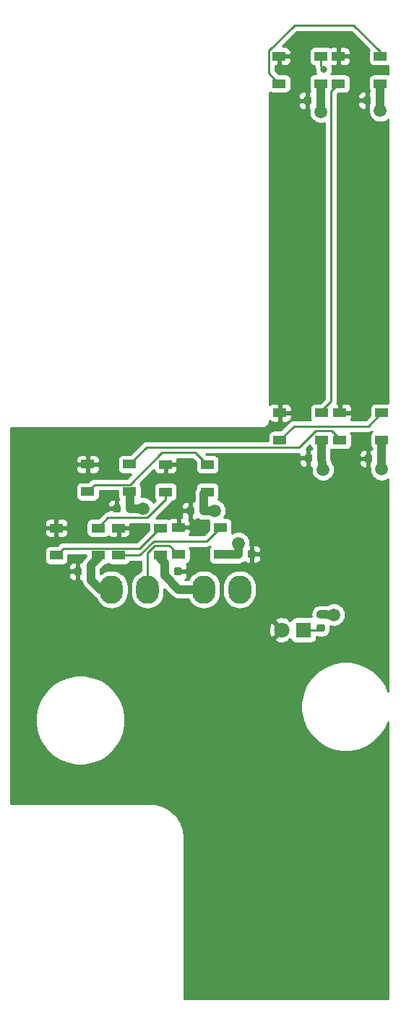
<source format=gbr>
%TF.GenerationSoftware,KiCad,Pcbnew,(5.1.12-1-10_14)*%
%TF.CreationDate,2021-11-25T16:43:39+11:00*%
%TF.ProjectId,GEN TIE PCB V2,47454e20-5449-4452-9050-43422056322e,rev?*%
%TF.SameCoordinates,Original*%
%TF.FileFunction,Copper,L1,Top*%
%TF.FilePolarity,Positive*%
%FSLAX46Y46*%
G04 Gerber Fmt 4.6, Leading zero omitted, Abs format (unit mm)*
G04 Created by KiCad (PCBNEW (5.1.12-1-10_14)) date 2021-11-25 16:43:39*
%MOMM*%
%LPD*%
G01*
G04 APERTURE LIST*
%TA.AperFunction,ComponentPad*%
%ADD10O,2.700000X3.300000*%
%TD*%
%TA.AperFunction,SMDPad,CuDef*%
%ADD11R,1.500000X1.000000*%
%TD*%
%TA.AperFunction,ComponentPad*%
%ADD12C,1.800000*%
%TD*%
%TA.AperFunction,ComponentPad*%
%ADD13R,1.800000X1.800000*%
%TD*%
%TA.AperFunction,ViaPad*%
%ADD14C,1.500000*%
%TD*%
%TA.AperFunction,ViaPad*%
%ADD15C,0.800000*%
%TD*%
%TA.AperFunction,Conductor*%
%ADD16C,0.250000*%
%TD*%
%TA.AperFunction,Conductor*%
%ADD17C,1.000000*%
%TD*%
%TA.AperFunction,Conductor*%
%ADD18C,0.254000*%
%TD*%
%TA.AperFunction,Conductor*%
%ADD19C,0.100000*%
%TD*%
G04 APERTURE END LIST*
D10*
%TO.P,J1,4*%
%TO.N,/DATAIN*%
X144662000Y-111848000D03*
%TO.P,J1,3*%
%TO.N,/LEDGND*%
X140462000Y-111848000D03*
%TO.P,J1,2*%
%TO.N,/LED+5V*%
X144662000Y-117348000D03*
%TO.P,J1,1*%
%TA.AperFunction,ComponentPad*%
G36*
G01*
X139112000Y-118746900D02*
X139112000Y-115949100D01*
G75*
G02*
X139363100Y-115698000I251100J0D01*
G01*
X141560900Y-115698000D01*
G75*
G02*
X141812000Y-115949100I0J-251100D01*
G01*
X141812000Y-118746900D01*
G75*
G02*
X141560900Y-118998000I-251100J0D01*
G01*
X139363100Y-118998000D01*
G75*
G02*
X139112000Y-118746900I0J251100D01*
G01*
G37*
%TD.AperFunction*%
%TD*%
%TO.P,J2,4*%
%TO.N,/DATAOUT*%
X133858000Y-111848000D03*
%TO.P,J2,3*%
%TO.N,/LEDGND*%
X129658000Y-111848000D03*
%TO.P,J2,2*%
%TO.N,/LED+5V*%
X133858000Y-117348000D03*
%TO.P,J2,1*%
%TA.AperFunction,ComponentPad*%
G36*
G01*
X128308000Y-118746900D02*
X128308000Y-115949100D01*
G75*
G02*
X128559100Y-115698000I251100J0D01*
G01*
X130756900Y-115698000D01*
G75*
G02*
X131008000Y-115949100I0J-251100D01*
G01*
X131008000Y-118746900D01*
G75*
G02*
X130756900Y-118998000I-251100J0D01*
G01*
X128559100Y-118998000D01*
G75*
G02*
X128308000Y-118746900I0J251100D01*
G01*
G37*
%TD.AperFunction*%
%TD*%
D11*
%TO.P,D8,1*%
%TO.N,/LED+5V*%
X130482000Y-104648000D03*
%TO.P,D8,2*%
%TO.N,Net-(D8-Pad2)*%
X130482000Y-107848000D03*
%TO.P,D8,4*%
%TO.N,Net-(D7-Pad2)*%
X135382000Y-104648000D03*
%TO.P,D8,3*%
%TO.N,/LEDGND*%
X135382000Y-107848000D03*
%TD*%
%TO.P,D7,1*%
%TO.N,/LED+5V*%
X123190000Y-104648000D03*
%TO.P,D7,2*%
%TO.N,Net-(D7-Pad2)*%
X123190000Y-107848000D03*
%TO.P,D7,4*%
%TO.N,Net-(D6-Pad2)*%
X128090000Y-104648000D03*
%TO.P,D7,3*%
%TO.N,/LEDGND*%
X128090000Y-107848000D03*
%TD*%
%TO.P,D6,1*%
%TO.N,/LED+5V*%
X135980000Y-97206000D03*
%TO.P,D6,2*%
%TO.N,Net-(D6-Pad2)*%
X135980000Y-100406000D03*
%TO.P,D6,4*%
%TO.N,Net-(D5-Pad2)*%
X140880000Y-97206000D03*
%TO.P,D6,3*%
%TO.N,/LEDGND*%
X140880000Y-100406000D03*
%TD*%
%TO.P,C8,2*%
%TO.N,/LEDGND*%
%TA.AperFunction,SMDPad,CuDef*%
G36*
G01*
X136340000Y-109478000D02*
X136340000Y-109978000D01*
G75*
G02*
X136115000Y-110203000I-225000J0D01*
G01*
X135665000Y-110203000D01*
G75*
G02*
X135440000Y-109978000I0J225000D01*
G01*
X135440000Y-109478000D01*
G75*
G02*
X135665000Y-109253000I225000J0D01*
G01*
X136115000Y-109253000D01*
G75*
G02*
X136340000Y-109478000I0J-225000D01*
G01*
G37*
%TD.AperFunction*%
%TO.P,C8,1*%
%TO.N,/LED+5V*%
%TA.AperFunction,SMDPad,CuDef*%
G36*
G01*
X137890000Y-109478000D02*
X137890000Y-109978000D01*
G75*
G02*
X137665000Y-110203000I-225000J0D01*
G01*
X137215000Y-110203000D01*
G75*
G02*
X136990000Y-109978000I0J225000D01*
G01*
X136990000Y-109478000D01*
G75*
G02*
X137215000Y-109253000I225000J0D01*
G01*
X137665000Y-109253000D01*
G75*
G02*
X137890000Y-109478000I0J-225000D01*
G01*
G37*
%TD.AperFunction*%
%TD*%
%TO.P,C1,2*%
%TO.N,/LEDGND*%
%TA.AperFunction,SMDPad,CuDef*%
G36*
G01*
X153717000Y-54824000D02*
X153717000Y-54324000D01*
G75*
G02*
X153942000Y-54099000I225000J0D01*
G01*
X154392000Y-54099000D01*
G75*
G02*
X154617000Y-54324000I0J-225000D01*
G01*
X154617000Y-54824000D01*
G75*
G02*
X154392000Y-55049000I-225000J0D01*
G01*
X153942000Y-55049000D01*
G75*
G02*
X153717000Y-54824000I0J225000D01*
G01*
G37*
%TD.AperFunction*%
%TO.P,C1,1*%
%TO.N,/LED+5V*%
%TA.AperFunction,SMDPad,CuDef*%
G36*
G01*
X152167000Y-54824000D02*
X152167000Y-54324000D01*
G75*
G02*
X152392000Y-54099000I225000J0D01*
G01*
X152842000Y-54099000D01*
G75*
G02*
X153067000Y-54324000I0J-225000D01*
G01*
X153067000Y-54824000D01*
G75*
G02*
X152842000Y-55049000I-225000J0D01*
G01*
X152392000Y-55049000D01*
G75*
G02*
X152167000Y-54824000I0J225000D01*
G01*
G37*
%TD.AperFunction*%
%TD*%
%TO.P,C9,2*%
%TO.N,/LEDGND*%
%TA.AperFunction,SMDPad,CuDef*%
G36*
G01*
X144976000Y-107446000D02*
X144976000Y-107946000D01*
G75*
G02*
X144751000Y-108171000I-225000J0D01*
G01*
X144301000Y-108171000D01*
G75*
G02*
X144076000Y-107946000I0J225000D01*
G01*
X144076000Y-107446000D01*
G75*
G02*
X144301000Y-107221000I225000J0D01*
G01*
X144751000Y-107221000D01*
G75*
G02*
X144976000Y-107446000I0J-225000D01*
G01*
G37*
%TD.AperFunction*%
%TO.P,C9,1*%
%TO.N,/LED+5V*%
%TA.AperFunction,SMDPad,CuDef*%
G36*
G01*
X146526000Y-107446000D02*
X146526000Y-107946000D01*
G75*
G02*
X146301000Y-108171000I-225000J0D01*
G01*
X145851000Y-108171000D01*
G75*
G02*
X145626000Y-107946000I0J225000D01*
G01*
X145626000Y-107446000D01*
G75*
G02*
X145851000Y-107221000I225000J0D01*
G01*
X146301000Y-107221000D01*
G75*
G02*
X146526000Y-107446000I0J-225000D01*
G01*
G37*
%TD.AperFunction*%
%TD*%
%TO.P,C7,2*%
%TO.N,/LEDGND*%
%TA.AperFunction,SMDPad,CuDef*%
G36*
G01*
X126804000Y-109978000D02*
X126804000Y-109478000D01*
G75*
G02*
X127029000Y-109253000I225000J0D01*
G01*
X127479000Y-109253000D01*
G75*
G02*
X127704000Y-109478000I0J-225000D01*
G01*
X127704000Y-109978000D01*
G75*
G02*
X127479000Y-110203000I-225000J0D01*
G01*
X127029000Y-110203000D01*
G75*
G02*
X126804000Y-109978000I0J225000D01*
G01*
G37*
%TD.AperFunction*%
%TO.P,C7,1*%
%TO.N,/LED+5V*%
%TA.AperFunction,SMDPad,CuDef*%
G36*
G01*
X125254000Y-109978000D02*
X125254000Y-109478000D01*
G75*
G02*
X125479000Y-109253000I225000J0D01*
G01*
X125929000Y-109253000D01*
G75*
G02*
X126154000Y-109478000I0J-225000D01*
G01*
X126154000Y-109978000D01*
G75*
G02*
X125929000Y-110203000I-225000J0D01*
G01*
X125479000Y-110203000D01*
G75*
G02*
X125254000Y-109978000I0J225000D01*
G01*
G37*
%TD.AperFunction*%
%TD*%
%TO.P,C6,2*%
%TO.N,/LEDGND*%
%TA.AperFunction,SMDPad,CuDef*%
G36*
G01*
X140012000Y-102866000D02*
X140012000Y-102366000D01*
G75*
G02*
X140237000Y-102141000I225000J0D01*
G01*
X140687000Y-102141000D01*
G75*
G02*
X140912000Y-102366000I0J-225000D01*
G01*
X140912000Y-102866000D01*
G75*
G02*
X140687000Y-103091000I-225000J0D01*
G01*
X140237000Y-103091000D01*
G75*
G02*
X140012000Y-102866000I0J225000D01*
G01*
G37*
%TD.AperFunction*%
%TO.P,C6,1*%
%TO.N,/LED+5V*%
%TA.AperFunction,SMDPad,CuDef*%
G36*
G01*
X138462000Y-102866000D02*
X138462000Y-102366000D01*
G75*
G02*
X138687000Y-102141000I225000J0D01*
G01*
X139137000Y-102141000D01*
G75*
G02*
X139362000Y-102366000I0J-225000D01*
G01*
X139362000Y-102866000D01*
G75*
G02*
X139137000Y-103091000I-225000J0D01*
G01*
X138687000Y-103091000D01*
G75*
G02*
X138462000Y-102866000I0J225000D01*
G01*
G37*
%TD.AperFunction*%
%TD*%
%TO.P,C5,2*%
%TO.N,/LEDGND*%
%TA.AperFunction,SMDPad,CuDef*%
G36*
G01*
X131376000Y-102612000D02*
X131376000Y-102112000D01*
G75*
G02*
X131601000Y-101887000I225000J0D01*
G01*
X132051000Y-101887000D01*
G75*
G02*
X132276000Y-102112000I0J-225000D01*
G01*
X132276000Y-102612000D01*
G75*
G02*
X132051000Y-102837000I-225000J0D01*
G01*
X131601000Y-102837000D01*
G75*
G02*
X131376000Y-102612000I0J225000D01*
G01*
G37*
%TD.AperFunction*%
%TO.P,C5,1*%
%TO.N,/LED+5V*%
%TA.AperFunction,SMDPad,CuDef*%
G36*
G01*
X129826000Y-102612000D02*
X129826000Y-102112000D01*
G75*
G02*
X130051000Y-101887000I225000J0D01*
G01*
X130501000Y-101887000D01*
G75*
G02*
X130726000Y-102112000I0J-225000D01*
G01*
X130726000Y-102612000D01*
G75*
G02*
X130501000Y-102837000I-225000J0D01*
G01*
X130051000Y-102837000D01*
G75*
G02*
X129826000Y-102612000I0J225000D01*
G01*
G37*
%TD.AperFunction*%
%TD*%
%TO.P,C4,2*%
%TO.N,/LEDGND*%
%TA.AperFunction,SMDPad,CuDef*%
G36*
G01*
X160853000Y-96770000D02*
X160853000Y-96270000D01*
G75*
G02*
X161078000Y-96045000I225000J0D01*
G01*
X161528000Y-96045000D01*
G75*
G02*
X161753000Y-96270000I0J-225000D01*
G01*
X161753000Y-96770000D01*
G75*
G02*
X161528000Y-96995000I-225000J0D01*
G01*
X161078000Y-96995000D01*
G75*
G02*
X160853000Y-96770000I0J225000D01*
G01*
G37*
%TD.AperFunction*%
%TO.P,C4,1*%
%TO.N,/LED+5V*%
%TA.AperFunction,SMDPad,CuDef*%
G36*
G01*
X159303000Y-96770000D02*
X159303000Y-96270000D01*
G75*
G02*
X159528000Y-96045000I225000J0D01*
G01*
X159978000Y-96045000D01*
G75*
G02*
X160203000Y-96270000I0J-225000D01*
G01*
X160203000Y-96770000D01*
G75*
G02*
X159978000Y-96995000I-225000J0D01*
G01*
X159528000Y-96995000D01*
G75*
G02*
X159303000Y-96770000I0J225000D01*
G01*
G37*
%TD.AperFunction*%
%TD*%
%TO.P,C3,2*%
%TO.N,/LEDGND*%
%TA.AperFunction,SMDPad,CuDef*%
G36*
G01*
X153827000Y-96714000D02*
X153827000Y-96214000D01*
G75*
G02*
X154052000Y-95989000I225000J0D01*
G01*
X154502000Y-95989000D01*
G75*
G02*
X154727000Y-96214000I0J-225000D01*
G01*
X154727000Y-96714000D01*
G75*
G02*
X154502000Y-96939000I-225000J0D01*
G01*
X154052000Y-96939000D01*
G75*
G02*
X153827000Y-96714000I0J225000D01*
G01*
G37*
%TD.AperFunction*%
%TO.P,C3,1*%
%TO.N,/LED+5V*%
%TA.AperFunction,SMDPad,CuDef*%
G36*
G01*
X152277000Y-96714000D02*
X152277000Y-96214000D01*
G75*
G02*
X152502000Y-95989000I225000J0D01*
G01*
X152952000Y-95989000D01*
G75*
G02*
X153177000Y-96214000I0J-225000D01*
G01*
X153177000Y-96714000D01*
G75*
G02*
X152952000Y-96939000I-225000J0D01*
G01*
X152502000Y-96939000D01*
G75*
G02*
X152277000Y-96714000I0J225000D01*
G01*
G37*
%TD.AperFunction*%
%TD*%
%TO.P,C2,2*%
%TO.N,/LEDGND*%
%TA.AperFunction,SMDPad,CuDef*%
G36*
G01*
X160712000Y-54794000D02*
X160712000Y-54294000D01*
G75*
G02*
X160937000Y-54069000I225000J0D01*
G01*
X161387000Y-54069000D01*
G75*
G02*
X161612000Y-54294000I0J-225000D01*
G01*
X161612000Y-54794000D01*
G75*
G02*
X161387000Y-55019000I-225000J0D01*
G01*
X160937000Y-55019000D01*
G75*
G02*
X160712000Y-54794000I0J225000D01*
G01*
G37*
%TD.AperFunction*%
%TO.P,C2,1*%
%TO.N,/LED+5V*%
%TA.AperFunction,SMDPad,CuDef*%
G36*
G01*
X159162000Y-54794000D02*
X159162000Y-54294000D01*
G75*
G02*
X159387000Y-54069000I225000J0D01*
G01*
X159837000Y-54069000D01*
G75*
G02*
X160062000Y-54294000I0J-225000D01*
G01*
X160062000Y-54794000D01*
G75*
G02*
X159837000Y-55019000I-225000J0D01*
G01*
X159387000Y-55019000D01*
G75*
G02*
X159162000Y-54794000I0J225000D01*
G01*
G37*
%TD.AperFunction*%
%TD*%
%TO.P,D5,1*%
%TO.N,/LED+5V*%
X126862000Y-97184000D03*
%TO.P,D5,2*%
%TO.N,Net-(D5-Pad2)*%
X126862000Y-100384000D03*
%TO.P,D5,4*%
%TO.N,Net-(D4-Pad2)*%
X131762000Y-97184000D03*
%TO.P,D5,3*%
%TO.N,/LEDGND*%
X131762000Y-100384000D03*
%TD*%
%TO.P,D2,1*%
%TO.N,/LED+5V*%
X156252000Y-49384000D03*
%TO.P,D2,2*%
%TO.N,Net-(D2-Pad2)*%
X156252000Y-52584000D03*
%TO.P,D2,4*%
%TO.N,Net-(D1-Pad2)*%
X161152000Y-49384000D03*
%TO.P,D2,3*%
%TO.N,/LEDGND*%
X161152000Y-52584000D03*
%TD*%
%TO.P,D4,1*%
%TO.N,/LED+5V*%
X156422000Y-91144000D03*
%TO.P,D4,2*%
%TO.N,Net-(D4-Pad2)*%
X156422000Y-94344000D03*
%TO.P,D4,4*%
%TO.N,Net-(D3-Pad2)*%
X161322000Y-91144000D03*
%TO.P,D4,3*%
%TO.N,/LEDGND*%
X161322000Y-94344000D03*
%TD*%
%TO.P,D1,1*%
%TO.N,/LED+5V*%
X149292000Y-49374000D03*
%TO.P,D1,2*%
%TO.N,Net-(D1-Pad2)*%
X149292000Y-52574000D03*
%TO.P,D1,4*%
%TO.N,/DATAIN*%
X154192000Y-49374000D03*
%TO.P,D1,3*%
%TO.N,/LEDGND*%
X154192000Y-52574000D03*
%TD*%
%TO.P,D9,1*%
%TO.N,/LED+5V*%
X137512000Y-104564000D03*
%TO.P,D9,2*%
%TO.N,/DATAOUT*%
X137512000Y-107764000D03*
%TO.P,D9,4*%
%TO.N,Net-(D8-Pad2)*%
X142412000Y-104564000D03*
%TO.P,D9,3*%
%TO.N,/LEDGND*%
X142412000Y-107764000D03*
%TD*%
%TO.P,D3,1*%
%TO.N,/LED+5V*%
X149372000Y-91144000D03*
%TO.P,D3,2*%
%TO.N,Net-(D3-Pad2)*%
X149372000Y-94344000D03*
%TO.P,D3,4*%
%TO.N,Net-(D2-Pad2)*%
X154272000Y-91144000D03*
%TO.P,D3,3*%
%TO.N,/LEDGND*%
X154272000Y-94344000D03*
%TD*%
D12*
%TO.P,D10,2*%
%TO.N,/LED+5V*%
X149606000Y-116586000D03*
D13*
%TO.P,D10,1*%
%TO.N,Net-(D10-Pad1)*%
X152146000Y-116586000D03*
%TD*%
%TO.P,R1,2*%
%TO.N,/LEDGND*%
%TA.AperFunction,SMDPad,CuDef*%
G36*
G01*
X154434250Y-115220000D02*
X153921750Y-115220000D01*
G75*
G02*
X153703000Y-115001250I0J218750D01*
G01*
X153703000Y-114563750D01*
G75*
G02*
X153921750Y-114345000I218750J0D01*
G01*
X154434250Y-114345000D01*
G75*
G02*
X154653000Y-114563750I0J-218750D01*
G01*
X154653000Y-115001250D01*
G75*
G02*
X154434250Y-115220000I-218750J0D01*
G01*
G37*
%TD.AperFunction*%
%TO.P,R1,1*%
%TO.N,Net-(D10-Pad1)*%
%TA.AperFunction,SMDPad,CuDef*%
G36*
G01*
X154434250Y-116795000D02*
X153921750Y-116795000D01*
G75*
G02*
X153703000Y-116576250I0J218750D01*
G01*
X153703000Y-116138750D01*
G75*
G02*
X153921750Y-115920000I218750J0D01*
G01*
X154434250Y-115920000D01*
G75*
G02*
X154653000Y-116138750I0J-218750D01*
G01*
X154653000Y-116576250D01*
G75*
G02*
X154434250Y-116795000I-218750J0D01*
G01*
G37*
%TD.AperFunction*%
%TD*%
D14*
%TO.N,/LEDGND*%
X161162000Y-55752000D03*
X154178000Y-55880000D03*
X161303000Y-97777000D03*
X154432000Y-97790000D03*
X133350000Y-102362000D03*
X144526000Y-106426000D03*
X141732000Y-102616000D03*
X155702000Y-114808000D03*
%TO.N,/LED+5V*%
X151130000Y-105410000D03*
X151130000Y-106934000D03*
D15*
%TO.N,/DATAIN*%
X154520000Y-50910000D03*
%TD*%
D16*
%TO.N,Net-(D1-Pad2)*%
X149292000Y-52574000D02*
X148082000Y-51364000D01*
X148082000Y-51364000D02*
X148082000Y-48748998D01*
X161152000Y-49384000D02*
X161152000Y-48842000D01*
X161152000Y-48842000D02*
X158030000Y-45720000D01*
X151110998Y-45720000D02*
X148082000Y-48748998D01*
X158030000Y-45720000D02*
X151110998Y-45720000D01*
%TO.N,Net-(D2-Pad2)*%
X156252000Y-52584000D02*
X155346999Y-53489001D01*
X154272000Y-90889998D02*
X155346999Y-89814999D01*
X154272000Y-91144000D02*
X154272000Y-90889998D01*
X155346999Y-53489001D02*
X155346999Y-89814999D01*
%TO.N,Net-(D3-Pad2)*%
X149372000Y-94344000D02*
X151006000Y-92710000D01*
X159756000Y-92710000D02*
X161322000Y-91144000D01*
X151006000Y-92710000D02*
X159756000Y-92710000D01*
%TO.N,Net-(D4-Pad2)*%
X133776999Y-95169001D02*
X131762000Y-97184000D01*
X151611997Y-95169001D02*
X133776999Y-95169001D01*
X153562998Y-93218000D02*
X151611997Y-95169001D01*
X155448000Y-93218000D02*
X153562998Y-93218000D01*
X156422000Y-94192000D02*
X155448000Y-93218000D01*
X156422000Y-94344000D02*
X156422000Y-94192000D01*
%TO.N,Net-(D6-Pad2)*%
X135980000Y-101323002D02*
X135980000Y-100406000D01*
X133866001Y-103437001D02*
X135980000Y-101323002D01*
X129226999Y-103437001D02*
X133866001Y-103437001D01*
X128090000Y-104574000D02*
X129226999Y-103437001D01*
X128090000Y-104648000D02*
X128090000Y-104574000D01*
%TO.N,Net-(D8-Pad2)*%
X130482000Y-107848000D02*
X132944000Y-107848000D01*
X132944000Y-107848000D02*
X134620000Y-106172000D01*
X140804000Y-106172000D02*
X142412000Y-104564000D01*
X134620000Y-106172000D02*
X140804000Y-106172000D01*
D17*
%TO.N,/LEDGND*%
X154192000Y-54549000D02*
X154167000Y-54574000D01*
X154192000Y-52574000D02*
X154192000Y-54549000D01*
X161152000Y-54534000D02*
X161162000Y-54544000D01*
X161152000Y-52584000D02*
X161152000Y-54534000D01*
X161162000Y-54544000D02*
X161162000Y-55752000D01*
X161162000Y-55752000D02*
X161162000Y-55752000D01*
X154167000Y-54574000D02*
X154178000Y-55880000D01*
X154178000Y-55880000D02*
X154167000Y-55869000D01*
X161303000Y-94363000D02*
X161322000Y-94344000D01*
X161303000Y-96520000D02*
X161303000Y-94363000D01*
X161303000Y-96520000D02*
X161303000Y-97777000D01*
X161303000Y-97777000D02*
X161303000Y-97777000D01*
X154272000Y-96459000D02*
X154277000Y-96464000D01*
X154272000Y-94344000D02*
X154272000Y-96459000D01*
X154277000Y-96464000D02*
X154432000Y-97790000D01*
X154432000Y-97790000D02*
X154277000Y-97635000D01*
X131826000Y-100448000D02*
X131762000Y-100384000D01*
X131826000Y-102362000D02*
X131826000Y-100448000D01*
X144458000Y-107764000D02*
X144526000Y-107696000D01*
X142412000Y-107764000D02*
X144458000Y-107764000D01*
X131826000Y-102362000D02*
X133350000Y-102362000D01*
X133350000Y-102362000D02*
X133350000Y-102362000D01*
X144526000Y-107696000D02*
X144526000Y-106426000D01*
X144526000Y-106426000D02*
X144526000Y-106426000D01*
X140462000Y-102616000D02*
X141732000Y-102616000D01*
X141732000Y-102616000D02*
X141732000Y-102616000D01*
X154178000Y-114782500D02*
X155702000Y-114808000D01*
X155702000Y-114808000D02*
X155676500Y-114782500D01*
X128090000Y-107848000D02*
X128090000Y-108130000D01*
X127254000Y-108966000D02*
X127254000Y-109728000D01*
X128090000Y-108130000D02*
X127254000Y-108966000D01*
X127254000Y-109728000D02*
X127254000Y-110744000D01*
X128358000Y-111848000D02*
X129658000Y-111848000D01*
X127254000Y-110744000D02*
X128358000Y-111848000D01*
X135382000Y-107848000D02*
X135382000Y-108204000D01*
X135890000Y-108712000D02*
X135890000Y-109728000D01*
X135382000Y-108204000D02*
X135890000Y-108712000D01*
X135890000Y-110203000D02*
X135890000Y-109728000D01*
X137535000Y-111848000D02*
X135890000Y-110203000D01*
X140462000Y-111848000D02*
X137535000Y-111848000D01*
X140880000Y-100406000D02*
X140640000Y-100406000D01*
X140462000Y-100584000D02*
X140462000Y-102616000D01*
X140640000Y-100406000D02*
X140462000Y-100584000D01*
D16*
%TO.N,/DATAIN*%
X154192000Y-50582000D02*
X154520000Y-50910000D01*
X154192000Y-49374000D02*
X154192000Y-50582000D01*
%TO.N,/DATAOUT*%
X137512000Y-107764000D02*
X136428000Y-106680000D01*
X133858000Y-107570410D02*
X133858000Y-111848000D01*
X134748410Y-106680000D02*
X133858000Y-107570410D01*
X136428000Y-106680000D02*
X134748410Y-106680000D01*
%TO.N,Net-(D5-Pad2)*%
X127687001Y-99558999D02*
X126862000Y-100384000D01*
X131791999Y-99558999D02*
X127687001Y-99558999D01*
X140054999Y-96366999D02*
X139446000Y-95758000D01*
X139446000Y-95758000D02*
X135592998Y-95758000D01*
X140054999Y-96380999D02*
X140054999Y-96366999D01*
X135592998Y-95758000D02*
X131791999Y-99558999D01*
X140880000Y-97206000D02*
X140054999Y-96380999D01*
%TO.N,Net-(D7-Pad2)*%
X124015001Y-107022999D02*
X132930999Y-107022999D01*
X123190000Y-107848000D02*
X124015001Y-107022999D01*
X135305998Y-104648000D02*
X135382000Y-104648000D01*
X132930999Y-107022999D02*
X135305998Y-104648000D01*
%TO.N,Net-(D10-Pad1)*%
X153949500Y-116586000D02*
X154178000Y-116357500D01*
X152146000Y-116586000D02*
X153949500Y-116586000D01*
%TD*%
D18*
%TO.N,/LED+5V*%
X159834276Y-48599077D02*
X159812498Y-48639820D01*
X159776188Y-48759518D01*
X159763928Y-48884000D01*
X159763928Y-49884000D01*
X159776188Y-50008482D01*
X159812498Y-50128180D01*
X159871463Y-50238494D01*
X159950815Y-50335185D01*
X160047506Y-50414537D01*
X160157820Y-50473502D01*
X160277518Y-50509812D01*
X160402000Y-50522072D01*
X161902000Y-50522072D01*
X162026482Y-50509812D01*
X162086264Y-50491677D01*
X162086264Y-51476323D01*
X162026482Y-51458188D01*
X161902000Y-51445928D01*
X161176561Y-51445928D01*
X161152000Y-51443509D01*
X161127439Y-51445928D01*
X160402000Y-51445928D01*
X160277518Y-51458188D01*
X160157820Y-51494498D01*
X160047506Y-51553463D01*
X159950815Y-51632815D01*
X159871463Y-51729506D01*
X159812498Y-51839820D01*
X159776188Y-51959518D01*
X159763928Y-52084000D01*
X159763928Y-53084000D01*
X159776188Y-53208482D01*
X159812498Y-53328180D01*
X159871463Y-53438494D01*
X159881286Y-53450464D01*
X159739000Y-53592750D01*
X159739000Y-54417000D01*
X159759000Y-54417000D01*
X159759000Y-54671000D01*
X159739000Y-54671000D01*
X159739000Y-55495250D01*
X159790661Y-55546911D01*
X159777000Y-55615589D01*
X159777000Y-55888411D01*
X159830225Y-56155989D01*
X159934629Y-56408043D01*
X160086201Y-56634886D01*
X160279114Y-56827799D01*
X160505957Y-56979371D01*
X160758011Y-57083775D01*
X161025589Y-57137000D01*
X161298411Y-57137000D01*
X161565989Y-57083775D01*
X161818043Y-56979371D01*
X162044886Y-56827799D01*
X162086264Y-56786421D01*
X162086264Y-90007333D01*
X162072000Y-90005928D01*
X160572000Y-90005928D01*
X160447518Y-90018188D01*
X160327820Y-90054498D01*
X160217506Y-90113463D01*
X160120815Y-90192815D01*
X160041463Y-90289506D01*
X159982498Y-90399820D01*
X159946188Y-90519518D01*
X159933928Y-90644000D01*
X159933928Y-91457270D01*
X159441199Y-91950000D01*
X157728458Y-91950000D01*
X157761502Y-91888180D01*
X157797812Y-91768482D01*
X157810072Y-91644000D01*
X157807000Y-91429750D01*
X157648250Y-91271000D01*
X156549000Y-91271000D01*
X156549000Y-91291000D01*
X156295000Y-91291000D01*
X156295000Y-91271000D01*
X156275000Y-91271000D01*
X156275000Y-91017000D01*
X156295000Y-91017000D01*
X156295000Y-90167750D01*
X156549000Y-90167750D01*
X156549000Y-91017000D01*
X157648250Y-91017000D01*
X157807000Y-90858250D01*
X157810072Y-90644000D01*
X157797812Y-90519518D01*
X157761502Y-90399820D01*
X157702537Y-90289506D01*
X157623185Y-90192815D01*
X157526494Y-90113463D01*
X157416180Y-90054498D01*
X157296482Y-90018188D01*
X157172000Y-90005928D01*
X156707750Y-90009000D01*
X156549000Y-90167750D01*
X156295000Y-90167750D01*
X156136250Y-90009000D01*
X156082455Y-90008644D01*
X156096002Y-89963985D01*
X156106999Y-89852332D01*
X156106999Y-89852323D01*
X156110675Y-89815000D01*
X156106999Y-89777677D01*
X156106999Y-55019000D01*
X158523928Y-55019000D01*
X158536188Y-55143482D01*
X158572498Y-55263180D01*
X158631463Y-55373494D01*
X158710815Y-55470185D01*
X158807506Y-55549537D01*
X158917820Y-55608502D01*
X159037518Y-55644812D01*
X159162000Y-55657072D01*
X159326250Y-55654000D01*
X159485000Y-55495250D01*
X159485000Y-54671000D01*
X158685750Y-54671000D01*
X158527000Y-54829750D01*
X158523928Y-55019000D01*
X156106999Y-55019000D01*
X156106999Y-54069000D01*
X158523928Y-54069000D01*
X158527000Y-54258250D01*
X158685750Y-54417000D01*
X159485000Y-54417000D01*
X159485000Y-53592750D01*
X159326250Y-53434000D01*
X159162000Y-53430928D01*
X159037518Y-53443188D01*
X158917820Y-53479498D01*
X158807506Y-53538463D01*
X158710815Y-53617815D01*
X158631463Y-53714506D01*
X158572498Y-53824820D01*
X158536188Y-53944518D01*
X158523928Y-54069000D01*
X156106999Y-54069000D01*
X156106999Y-53803802D01*
X156188729Y-53722072D01*
X157002000Y-53722072D01*
X157126482Y-53709812D01*
X157246180Y-53673502D01*
X157356494Y-53614537D01*
X157453185Y-53535185D01*
X157532537Y-53438494D01*
X157591502Y-53328180D01*
X157627812Y-53208482D01*
X157640072Y-53084000D01*
X157640072Y-52084000D01*
X157627812Y-51959518D01*
X157591502Y-51839820D01*
X157532537Y-51729506D01*
X157453185Y-51632815D01*
X157356494Y-51553463D01*
X157246180Y-51494498D01*
X157126482Y-51458188D01*
X157002000Y-51445928D01*
X155502000Y-51445928D01*
X155399974Y-51455976D01*
X155437205Y-51400256D01*
X155515226Y-51211898D01*
X155555000Y-51011939D01*
X155555000Y-50808061D01*
X155515226Y-50608102D01*
X155478638Y-50519771D01*
X155502000Y-50522072D01*
X155966250Y-50519000D01*
X156125000Y-50360250D01*
X156125000Y-49511000D01*
X156379000Y-49511000D01*
X156379000Y-50360250D01*
X156537750Y-50519000D01*
X157002000Y-50522072D01*
X157126482Y-50509812D01*
X157246180Y-50473502D01*
X157356494Y-50414537D01*
X157453185Y-50335185D01*
X157532537Y-50238494D01*
X157591502Y-50128180D01*
X157627812Y-50008482D01*
X157640072Y-49884000D01*
X157637000Y-49669750D01*
X157478250Y-49511000D01*
X156379000Y-49511000D01*
X156125000Y-49511000D01*
X156105000Y-49511000D01*
X156105000Y-49257000D01*
X156125000Y-49257000D01*
X156125000Y-48407750D01*
X156379000Y-48407750D01*
X156379000Y-49257000D01*
X157478250Y-49257000D01*
X157637000Y-49098250D01*
X157640072Y-48884000D01*
X157627812Y-48759518D01*
X157591502Y-48639820D01*
X157532537Y-48529506D01*
X157453185Y-48432815D01*
X157356494Y-48353463D01*
X157246180Y-48294498D01*
X157126482Y-48258188D01*
X157002000Y-48245928D01*
X156537750Y-48249000D01*
X156379000Y-48407750D01*
X156125000Y-48407750D01*
X155966250Y-48249000D01*
X155502000Y-48245928D01*
X155377518Y-48258188D01*
X155257820Y-48294498D01*
X155231354Y-48308644D01*
X155186180Y-48284498D01*
X155066482Y-48248188D01*
X154942000Y-48235928D01*
X153442000Y-48235928D01*
X153317518Y-48248188D01*
X153197820Y-48284498D01*
X153087506Y-48343463D01*
X152990815Y-48422815D01*
X152911463Y-48519506D01*
X152852498Y-48629820D01*
X152816188Y-48749518D01*
X152803928Y-48874000D01*
X152803928Y-49874000D01*
X152816188Y-49998482D01*
X152852498Y-50118180D01*
X152911463Y-50228494D01*
X152990815Y-50325185D01*
X153087506Y-50404537D01*
X153197820Y-50463502D01*
X153317518Y-50499812D01*
X153432001Y-50511087D01*
X153432001Y-50544668D01*
X153428324Y-50582000D01*
X153432001Y-50619333D01*
X153442998Y-50730986D01*
X153456180Y-50774442D01*
X153485000Y-50869453D01*
X153485000Y-51011939D01*
X153524774Y-51211898D01*
X153602795Y-51400256D01*
X153626630Y-51435928D01*
X153442000Y-51435928D01*
X153317518Y-51448188D01*
X153197820Y-51484498D01*
X153087506Y-51543463D01*
X152990815Y-51622815D01*
X152911463Y-51719506D01*
X152852498Y-51829820D01*
X152816188Y-51949518D01*
X152803928Y-52074000D01*
X152803928Y-53074000D01*
X152816188Y-53198482D01*
X152852498Y-53318180D01*
X152911463Y-53428494D01*
X152940030Y-53463303D01*
X152902750Y-53464000D01*
X152744000Y-53622750D01*
X152744000Y-54447000D01*
X152764000Y-54447000D01*
X152764000Y-54701000D01*
X152744000Y-54701000D01*
X152744000Y-55525250D01*
X152821095Y-55602345D01*
X152793000Y-55743589D01*
X152793000Y-56016411D01*
X152846225Y-56283989D01*
X152950629Y-56536043D01*
X153102201Y-56762886D01*
X153295114Y-56955799D01*
X153521957Y-57107371D01*
X153774011Y-57211775D01*
X154041589Y-57265000D01*
X154314411Y-57265000D01*
X154581989Y-57211775D01*
X154586999Y-57209700D01*
X154587000Y-89500196D01*
X154081269Y-90005928D01*
X153522000Y-90005928D01*
X153397518Y-90018188D01*
X153277820Y-90054498D01*
X153167506Y-90113463D01*
X153070815Y-90192815D01*
X152991463Y-90289506D01*
X152932498Y-90399820D01*
X152896188Y-90519518D01*
X152883928Y-90644000D01*
X152883928Y-91644000D01*
X152896188Y-91768482D01*
X152932498Y-91888180D01*
X152965542Y-91950000D01*
X151043323Y-91950000D01*
X151006000Y-91946324D01*
X150968677Y-91950000D01*
X150968667Y-91950000D01*
X150857014Y-91960997D01*
X150733401Y-91998494D01*
X150713753Y-92004454D01*
X150595985Y-92067403D01*
X150652537Y-91998494D01*
X150711502Y-91888180D01*
X150747812Y-91768482D01*
X150760072Y-91644000D01*
X150757000Y-91429750D01*
X150598250Y-91271000D01*
X149499000Y-91271000D01*
X149499000Y-92120250D01*
X149657750Y-92279000D01*
X150122000Y-92282072D01*
X150246482Y-92269812D01*
X150366180Y-92233502D01*
X150451163Y-92188077D01*
X150442201Y-92198997D01*
X149435271Y-93205928D01*
X148622000Y-93205928D01*
X148497518Y-93218188D01*
X148377820Y-93254498D01*
X148267506Y-93313463D01*
X148170815Y-93392815D01*
X148091463Y-93489506D01*
X148032498Y-93599820D01*
X147996188Y-93719518D01*
X147983928Y-93844000D01*
X147983928Y-94409001D01*
X133814322Y-94409001D01*
X133776999Y-94405325D01*
X133739676Y-94409001D01*
X133739666Y-94409001D01*
X133628013Y-94419998D01*
X133484752Y-94463455D01*
X133352722Y-94534027D01*
X133290005Y-94585498D01*
X133236998Y-94629000D01*
X133213200Y-94657998D01*
X131825271Y-96045928D01*
X131012000Y-96045928D01*
X130887518Y-96058188D01*
X130767820Y-96094498D01*
X130657506Y-96153463D01*
X130560815Y-96232815D01*
X130481463Y-96329506D01*
X130422498Y-96439820D01*
X130386188Y-96559518D01*
X130373928Y-96684000D01*
X130373928Y-97684000D01*
X130386188Y-97808482D01*
X130422498Y-97928180D01*
X130481463Y-98038494D01*
X130560815Y-98135185D01*
X130657506Y-98214537D01*
X130767820Y-98273502D01*
X130887518Y-98309812D01*
X131012000Y-98322072D01*
X131954125Y-98322072D01*
X131477198Y-98798999D01*
X127724334Y-98798999D01*
X127687001Y-98795322D01*
X127649668Y-98798999D01*
X127538015Y-98809996D01*
X127394754Y-98853453D01*
X127262725Y-98924025D01*
X127147000Y-99018998D01*
X127123202Y-99047997D01*
X126925270Y-99245928D01*
X126112000Y-99245928D01*
X125987518Y-99258188D01*
X125867820Y-99294498D01*
X125757506Y-99353463D01*
X125660815Y-99432815D01*
X125581463Y-99529506D01*
X125522498Y-99639820D01*
X125486188Y-99759518D01*
X125473928Y-99884000D01*
X125473928Y-100884000D01*
X125486188Y-101008482D01*
X125522498Y-101128180D01*
X125581463Y-101238494D01*
X125660815Y-101335185D01*
X125757506Y-101414537D01*
X125867820Y-101473502D01*
X125987518Y-101509812D01*
X126112000Y-101522072D01*
X127612000Y-101522072D01*
X127736482Y-101509812D01*
X127856180Y-101473502D01*
X127966494Y-101414537D01*
X128063185Y-101335185D01*
X128142537Y-101238494D01*
X128201502Y-101128180D01*
X128237812Y-101008482D01*
X128250072Y-100884000D01*
X128250072Y-100318999D01*
X130373928Y-100318999D01*
X130373928Y-100884000D01*
X130386188Y-101008482D01*
X130422498Y-101128180D01*
X130481463Y-101238494D01*
X130523741Y-101290009D01*
X130403000Y-101410750D01*
X130403000Y-102235000D01*
X130423000Y-102235000D01*
X130423000Y-102489000D01*
X130403000Y-102489000D01*
X130403000Y-102509000D01*
X130149000Y-102509000D01*
X130149000Y-102489000D01*
X129349750Y-102489000D01*
X129191000Y-102647750D01*
X129190527Y-102676917D01*
X129189675Y-102677001D01*
X129189666Y-102677001D01*
X129078013Y-102687998D01*
X128934752Y-102731455D01*
X128802723Y-102802027D01*
X128802721Y-102802028D01*
X128802722Y-102802028D01*
X128715995Y-102873202D01*
X128715991Y-102873206D01*
X128686998Y-102897000D01*
X128663204Y-102925993D01*
X128079270Y-103509928D01*
X127340000Y-103509928D01*
X127215518Y-103522188D01*
X127095820Y-103558498D01*
X126985506Y-103617463D01*
X126888815Y-103696815D01*
X126809463Y-103793506D01*
X126750498Y-103903820D01*
X126714188Y-104023518D01*
X126701928Y-104148000D01*
X126701928Y-105148000D01*
X126714188Y-105272482D01*
X126750498Y-105392180D01*
X126809463Y-105502494D01*
X126888815Y-105599185D01*
X126985506Y-105678537D01*
X127095820Y-105737502D01*
X127215518Y-105773812D01*
X127340000Y-105786072D01*
X128840000Y-105786072D01*
X128964482Y-105773812D01*
X129084180Y-105737502D01*
X129194494Y-105678537D01*
X129286000Y-105603440D01*
X129377506Y-105678537D01*
X129487820Y-105737502D01*
X129607518Y-105773812D01*
X129732000Y-105786072D01*
X130196250Y-105783000D01*
X130355000Y-105624250D01*
X130355000Y-104775000D01*
X130609000Y-104775000D01*
X130609000Y-105624250D01*
X130767750Y-105783000D01*
X131232000Y-105786072D01*
X131356482Y-105773812D01*
X131476180Y-105737502D01*
X131586494Y-105678537D01*
X131683185Y-105599185D01*
X131762537Y-105502494D01*
X131821502Y-105392180D01*
X131857812Y-105272482D01*
X131870072Y-105148000D01*
X131867000Y-104933750D01*
X131708250Y-104775000D01*
X130609000Y-104775000D01*
X130355000Y-104775000D01*
X130335000Y-104775000D01*
X130335000Y-104521000D01*
X130355000Y-104521000D01*
X130355000Y-104501000D01*
X130609000Y-104501000D01*
X130609000Y-104521000D01*
X131708250Y-104521000D01*
X131867000Y-104362250D01*
X131869369Y-104197001D01*
X133828679Y-104197001D01*
X133866001Y-104200677D01*
X133903323Y-104197001D01*
X133903334Y-104197001D01*
X133993928Y-104188078D01*
X133993928Y-104885268D01*
X132616198Y-106262999D01*
X124052334Y-106262999D01*
X124015001Y-106259322D01*
X123977668Y-106262999D01*
X123866015Y-106273996D01*
X123722754Y-106317453D01*
X123590725Y-106388025D01*
X123475000Y-106482998D01*
X123451202Y-106511997D01*
X123253270Y-106709928D01*
X122440000Y-106709928D01*
X122315518Y-106722188D01*
X122195820Y-106758498D01*
X122085506Y-106817463D01*
X121988815Y-106896815D01*
X121909463Y-106993506D01*
X121850498Y-107103820D01*
X121814188Y-107223518D01*
X121801928Y-107348000D01*
X121801928Y-108348000D01*
X121814188Y-108472482D01*
X121850498Y-108592180D01*
X121909463Y-108702494D01*
X121988815Y-108799185D01*
X122085506Y-108878537D01*
X122195820Y-108937502D01*
X122315518Y-108973812D01*
X122440000Y-108986072D01*
X123940000Y-108986072D01*
X124064482Y-108973812D01*
X124184180Y-108937502D01*
X124294494Y-108878537D01*
X124391185Y-108799185D01*
X124470537Y-108702494D01*
X124529502Y-108592180D01*
X124565812Y-108472482D01*
X124578072Y-108348000D01*
X124578072Y-107782999D01*
X126701928Y-107782999D01*
X126701928Y-107912940D01*
X126490864Y-108124005D01*
X126447551Y-108159551D01*
X126305716Y-108332377D01*
X126209171Y-108513003D01*
X126200324Y-108529554D01*
X126173833Y-108616881D01*
X126154000Y-108614928D01*
X125989750Y-108618000D01*
X125831000Y-108776750D01*
X125831000Y-109601000D01*
X125851000Y-109601000D01*
X125851000Y-109855000D01*
X125831000Y-109855000D01*
X125831000Y-110679250D01*
X125989750Y-110838000D01*
X126123013Y-110840492D01*
X126135423Y-110966499D01*
X126200324Y-111180447D01*
X126305717Y-111377623D01*
X126447552Y-111550449D01*
X126490860Y-111585991D01*
X127516008Y-112611140D01*
X127551551Y-112654449D01*
X127724376Y-112796283D01*
X127724377Y-112796284D01*
X127791165Y-112831983D01*
X127815226Y-112911302D01*
X127999547Y-113256143D01*
X128247603Y-113558398D01*
X128549858Y-113806453D01*
X128894699Y-113990774D01*
X129268873Y-114104278D01*
X129658000Y-114142604D01*
X130047128Y-114104278D01*
X130421302Y-113990774D01*
X130766143Y-113806453D01*
X131068398Y-113558398D01*
X131316453Y-113256143D01*
X131500774Y-112911302D01*
X131614278Y-112537127D01*
X131643000Y-112245509D01*
X131643000Y-111450490D01*
X131614278Y-111158872D01*
X131500774Y-110784698D01*
X131316453Y-110439857D01*
X131068398Y-110137602D01*
X130766143Y-109889547D01*
X130421301Y-109705226D01*
X130047127Y-109591722D01*
X129658000Y-109553396D01*
X129268872Y-109591722D01*
X128894698Y-109705226D01*
X128549857Y-109889547D01*
X128389000Y-110021559D01*
X128389000Y-109436132D01*
X128839061Y-108986072D01*
X128840000Y-108986072D01*
X128964482Y-108973812D01*
X129084180Y-108937502D01*
X129194494Y-108878537D01*
X129286000Y-108803440D01*
X129377506Y-108878537D01*
X129487820Y-108937502D01*
X129607518Y-108973812D01*
X129732000Y-108986072D01*
X131232000Y-108986072D01*
X131356482Y-108973812D01*
X131476180Y-108937502D01*
X131586494Y-108878537D01*
X131683185Y-108799185D01*
X131762537Y-108702494D01*
X131813046Y-108608000D01*
X132906678Y-108608000D01*
X132944000Y-108611676D01*
X132981322Y-108608000D01*
X132981333Y-108608000D01*
X133092986Y-108597003D01*
X133098000Y-108595482D01*
X133098000Y-109704224D01*
X133094698Y-109705226D01*
X132749857Y-109889547D01*
X132447602Y-110137602D01*
X132199547Y-110439857D01*
X132015226Y-110784699D01*
X131901722Y-111158873D01*
X131873000Y-111450491D01*
X131873000Y-112245510D01*
X131901722Y-112537128D01*
X132015226Y-112911302D01*
X132199547Y-113256143D01*
X132447603Y-113558398D01*
X132749858Y-113806453D01*
X133094699Y-113990774D01*
X133468873Y-114104278D01*
X133858000Y-114142604D01*
X134247128Y-114104278D01*
X134621302Y-113990774D01*
X134966143Y-113806453D01*
X135268398Y-113558398D01*
X135516453Y-113256143D01*
X135700774Y-112911302D01*
X135814278Y-112537127D01*
X135843000Y-112245509D01*
X135843000Y-111761131D01*
X136693009Y-112611140D01*
X136728551Y-112654449D01*
X136901377Y-112796284D01*
X137098553Y-112901676D01*
X137312501Y-112966577D01*
X137479248Y-112983000D01*
X137479257Y-112983000D01*
X137534999Y-112988490D01*
X137590741Y-112983000D01*
X138657549Y-112983000D01*
X138803547Y-113256143D01*
X139051603Y-113558398D01*
X139353858Y-113806453D01*
X139698699Y-113990774D01*
X140072873Y-114104278D01*
X140462000Y-114142604D01*
X140851128Y-114104278D01*
X141225302Y-113990774D01*
X141570143Y-113806453D01*
X141872398Y-113558398D01*
X142120453Y-113256143D01*
X142304774Y-112911302D01*
X142418278Y-112537127D01*
X142447000Y-112245509D01*
X142447000Y-111450491D01*
X142677000Y-111450491D01*
X142677000Y-112245510D01*
X142705722Y-112537128D01*
X142819226Y-112911302D01*
X143003547Y-113256143D01*
X143251603Y-113558398D01*
X143553858Y-113806453D01*
X143898699Y-113990774D01*
X144272873Y-114104278D01*
X144662000Y-114142604D01*
X145051128Y-114104278D01*
X145425302Y-113990774D01*
X145770143Y-113806453D01*
X146072398Y-113558398D01*
X146320453Y-113256143D01*
X146504774Y-112911302D01*
X146618278Y-112537127D01*
X146647000Y-112245509D01*
X146647000Y-111450490D01*
X146618278Y-111158872D01*
X146504774Y-110784698D01*
X146320453Y-110439857D01*
X146072398Y-110137602D01*
X145770143Y-109889547D01*
X145425301Y-109705226D01*
X145051127Y-109591722D01*
X144662000Y-109553396D01*
X144272872Y-109591722D01*
X143898698Y-109705226D01*
X143553857Y-109889547D01*
X143251602Y-110137602D01*
X143003547Y-110439857D01*
X142819226Y-110784699D01*
X142705722Y-111158873D01*
X142677000Y-111450491D01*
X142447000Y-111450491D01*
X142447000Y-111450490D01*
X142418278Y-111158872D01*
X142304774Y-110784698D01*
X142120453Y-110439857D01*
X141872398Y-110137602D01*
X141570143Y-109889547D01*
X141225301Y-109705226D01*
X140851127Y-109591722D01*
X140462000Y-109553396D01*
X140072872Y-109591722D01*
X139698698Y-109705226D01*
X139353857Y-109889547D01*
X139051602Y-110137602D01*
X138803547Y-110439857D01*
X138657550Y-110713000D01*
X138269518Y-110713000D01*
X138341185Y-110654185D01*
X138420537Y-110557494D01*
X138479502Y-110447180D01*
X138515812Y-110327482D01*
X138528072Y-110203000D01*
X138525000Y-110013750D01*
X138366250Y-109855000D01*
X137567000Y-109855000D01*
X137567000Y-109875000D01*
X137313000Y-109875000D01*
X137313000Y-109855000D01*
X137293000Y-109855000D01*
X137293000Y-109601000D01*
X137313000Y-109601000D01*
X137313000Y-109581000D01*
X137567000Y-109581000D01*
X137567000Y-109601000D01*
X138366250Y-109601000D01*
X138525000Y-109442250D01*
X138528072Y-109253000D01*
X138515812Y-109128518D01*
X138479502Y-109008820D01*
X138420537Y-108898506D01*
X138408036Y-108883274D01*
X138506180Y-108853502D01*
X138616494Y-108794537D01*
X138713185Y-108715185D01*
X138792537Y-108618494D01*
X138851502Y-108508180D01*
X138887812Y-108388482D01*
X138900072Y-108264000D01*
X138900072Y-107264000D01*
X138887812Y-107139518D01*
X138851502Y-107019820D01*
X138804560Y-106932000D01*
X140766678Y-106932000D01*
X140804000Y-106935676D01*
X140841322Y-106932000D01*
X140841333Y-106932000D01*
X140952986Y-106921003D01*
X141096247Y-106877546D01*
X141205709Y-106819036D01*
X141131463Y-106909506D01*
X141072498Y-107019820D01*
X141036188Y-107139518D01*
X141023928Y-107264000D01*
X141023928Y-108264000D01*
X141036188Y-108388482D01*
X141072498Y-108508180D01*
X141131463Y-108618494D01*
X141210815Y-108715185D01*
X141307506Y-108794537D01*
X141417820Y-108853502D01*
X141537518Y-108889812D01*
X141662000Y-108902072D01*
X143162000Y-108902072D01*
X143193192Y-108899000D01*
X144402249Y-108899000D01*
X144458000Y-108904491D01*
X144513751Y-108899000D01*
X144513752Y-108899000D01*
X144680499Y-108882577D01*
X144894447Y-108817676D01*
X144970694Y-108776921D01*
X145081283Y-108743375D01*
X145227351Y-108665300D01*
X145271506Y-108701537D01*
X145381820Y-108760502D01*
X145501518Y-108796812D01*
X145626000Y-108809072D01*
X145790250Y-108806000D01*
X145949000Y-108647250D01*
X145949000Y-107823000D01*
X146203000Y-107823000D01*
X146203000Y-108647250D01*
X146361750Y-108806000D01*
X146526000Y-108809072D01*
X146650482Y-108796812D01*
X146770180Y-108760502D01*
X146880494Y-108701537D01*
X146977185Y-108622185D01*
X147056537Y-108525494D01*
X147115502Y-108415180D01*
X147151812Y-108295482D01*
X147164072Y-108171000D01*
X147161000Y-107981750D01*
X147002250Y-107823000D01*
X146203000Y-107823000D01*
X145949000Y-107823000D01*
X145929000Y-107823000D01*
X145929000Y-107569000D01*
X145949000Y-107569000D01*
X145949000Y-106744750D01*
X146203000Y-106744750D01*
X146203000Y-107569000D01*
X147002250Y-107569000D01*
X147161000Y-107410250D01*
X147164072Y-107221000D01*
X147151812Y-107096518D01*
X147115502Y-106976820D01*
X147056537Y-106866506D01*
X146977185Y-106769815D01*
X146880494Y-106690463D01*
X146770180Y-106631498D01*
X146650482Y-106595188D01*
X146526000Y-106582928D01*
X146361750Y-106586000D01*
X146203000Y-106744750D01*
X145949000Y-106744750D01*
X145887052Y-106682802D01*
X145911000Y-106562411D01*
X145911000Y-106289589D01*
X145857775Y-106022011D01*
X145753371Y-105769957D01*
X145601799Y-105543114D01*
X145408886Y-105350201D01*
X145182043Y-105198629D01*
X144929989Y-105094225D01*
X144662411Y-105041000D01*
X144389589Y-105041000D01*
X144122011Y-105094225D01*
X143869957Y-105198629D01*
X143763069Y-105270050D01*
X143787812Y-105188482D01*
X143800072Y-105064000D01*
X143800072Y-104064000D01*
X143787812Y-103939518D01*
X143751502Y-103819820D01*
X143692537Y-103709506D01*
X143613185Y-103612815D01*
X143516494Y-103533463D01*
X143406180Y-103474498D01*
X143286482Y-103438188D01*
X143162000Y-103425928D01*
X142856548Y-103425928D01*
X142959371Y-103272043D01*
X143063775Y-103019989D01*
X143117000Y-102752411D01*
X143117000Y-102479589D01*
X143063775Y-102212011D01*
X142959371Y-101959957D01*
X142807799Y-101733114D01*
X142614886Y-101540201D01*
X142388043Y-101388629D01*
X142139775Y-101285793D01*
X142160537Y-101260494D01*
X142219502Y-101150180D01*
X142255812Y-101030482D01*
X142268072Y-100906000D01*
X142268072Y-99906000D01*
X142255812Y-99781518D01*
X142219502Y-99661820D01*
X142160537Y-99551506D01*
X142081185Y-99454815D01*
X141984494Y-99375463D01*
X141874180Y-99316498D01*
X141754482Y-99280188D01*
X141630000Y-99267928D01*
X140664560Y-99267928D01*
X140639999Y-99265509D01*
X140615438Y-99267928D01*
X140130000Y-99267928D01*
X140005518Y-99280188D01*
X139885820Y-99316498D01*
X139775506Y-99375463D01*
X139678815Y-99454815D01*
X139599463Y-99551506D01*
X139540498Y-99661820D01*
X139504188Y-99781518D01*
X139491928Y-99906000D01*
X139491928Y-99991140D01*
X139426391Y-100113753D01*
X139408324Y-100147554D01*
X139343423Y-100361502D01*
X139321509Y-100584000D01*
X139327000Y-100639752D01*
X139327000Y-101503583D01*
X139197750Y-101506000D01*
X139039000Y-101664750D01*
X139039000Y-102489000D01*
X139059000Y-102489000D01*
X139059000Y-102743000D01*
X139039000Y-102743000D01*
X139039000Y-103567250D01*
X139197750Y-103726000D01*
X139362000Y-103729072D01*
X139486482Y-103716812D01*
X139606180Y-103680502D01*
X139716494Y-103621537D01*
X139760649Y-103585300D01*
X139906717Y-103663375D01*
X140068623Y-103712488D01*
X140213831Y-103726790D01*
X140239501Y-103734577D01*
X140406248Y-103751000D01*
X140406249Y-103751000D01*
X140462000Y-103756491D01*
X140517752Y-103751000D01*
X140937714Y-103751000D01*
X141067141Y-103837480D01*
X141036188Y-103939518D01*
X141023928Y-104064000D01*
X141023928Y-104877270D01*
X140489199Y-105412000D01*
X138796008Y-105412000D01*
X138851502Y-105308180D01*
X138887812Y-105188482D01*
X138900072Y-105064000D01*
X138897000Y-104849750D01*
X138738250Y-104691000D01*
X137639000Y-104691000D01*
X137639000Y-104711000D01*
X137385000Y-104711000D01*
X137385000Y-104691000D01*
X137365000Y-104691000D01*
X137365000Y-104437000D01*
X137385000Y-104437000D01*
X137385000Y-103587750D01*
X137639000Y-103587750D01*
X137639000Y-104437000D01*
X138738250Y-104437000D01*
X138897000Y-104278250D01*
X138900072Y-104064000D01*
X138887812Y-103939518D01*
X138851502Y-103819820D01*
X138792537Y-103709506D01*
X138725017Y-103627233D01*
X138785000Y-103567250D01*
X138785000Y-102743000D01*
X137985750Y-102743000D01*
X137827000Y-102901750D01*
X137823928Y-103091000D01*
X137836188Y-103215482D01*
X137872498Y-103335180D01*
X137922206Y-103428176D01*
X137797750Y-103429000D01*
X137639000Y-103587750D01*
X137385000Y-103587750D01*
X137226250Y-103429000D01*
X136762000Y-103425928D01*
X136637518Y-103438188D01*
X136517820Y-103474498D01*
X136407506Y-103533463D01*
X136376677Y-103558764D01*
X136376180Y-103558498D01*
X136256482Y-103522188D01*
X136132000Y-103509928D01*
X134867875Y-103509928D01*
X136236803Y-102141000D01*
X137823928Y-102141000D01*
X137827000Y-102330250D01*
X137985750Y-102489000D01*
X138785000Y-102489000D01*
X138785000Y-101664750D01*
X138626250Y-101506000D01*
X138462000Y-101502928D01*
X138337518Y-101515188D01*
X138217820Y-101551498D01*
X138107506Y-101610463D01*
X138010815Y-101689815D01*
X137931463Y-101786506D01*
X137872498Y-101896820D01*
X137836188Y-102016518D01*
X137823928Y-102141000D01*
X136236803Y-102141000D01*
X136491004Y-101886800D01*
X136520001Y-101863003D01*
X136563868Y-101809551D01*
X136614974Y-101747279D01*
X136685546Y-101615249D01*
X136707137Y-101544072D01*
X136730000Y-101544072D01*
X136854482Y-101531812D01*
X136974180Y-101495502D01*
X137084494Y-101436537D01*
X137181185Y-101357185D01*
X137260537Y-101260494D01*
X137319502Y-101150180D01*
X137355812Y-101030482D01*
X137368072Y-100906000D01*
X137368072Y-99906000D01*
X137355812Y-99781518D01*
X137319502Y-99661820D01*
X137260537Y-99551506D01*
X137181185Y-99454815D01*
X137084494Y-99375463D01*
X136974180Y-99316498D01*
X136854482Y-99280188D01*
X136730000Y-99267928D01*
X135230000Y-99267928D01*
X135105518Y-99280188D01*
X134985820Y-99316498D01*
X134875506Y-99375463D01*
X134778815Y-99454815D01*
X134699463Y-99551506D01*
X134640498Y-99661820D01*
X134604188Y-99781518D01*
X134591928Y-99906000D01*
X134591928Y-100906000D01*
X134604188Y-101030482D01*
X134640498Y-101150180D01*
X134699463Y-101260494D01*
X134778815Y-101357185D01*
X134829456Y-101398745D01*
X134555290Y-101672910D01*
X134425799Y-101479114D01*
X134232886Y-101286201D01*
X134006043Y-101134629D01*
X133753989Y-101030225D01*
X133486411Y-100977000D01*
X133213589Y-100977000D01*
X133139460Y-100991745D01*
X133150072Y-100884000D01*
X133150072Y-99884000D01*
X133137812Y-99759518D01*
X133101502Y-99639820D01*
X133042537Y-99529506D01*
X132976617Y-99449182D01*
X134603393Y-97822407D01*
X134604188Y-97830482D01*
X134640498Y-97950180D01*
X134699463Y-98060494D01*
X134778815Y-98157185D01*
X134875506Y-98236537D01*
X134985820Y-98295502D01*
X135105518Y-98331812D01*
X135230000Y-98344072D01*
X135694250Y-98341000D01*
X135853000Y-98182250D01*
X135853000Y-97333000D01*
X136107000Y-97333000D01*
X136107000Y-98182250D01*
X136265750Y-98341000D01*
X136730000Y-98344072D01*
X136854482Y-98331812D01*
X136974180Y-98295502D01*
X137084494Y-98236537D01*
X137181185Y-98157185D01*
X137260537Y-98060494D01*
X137319502Y-97950180D01*
X137355812Y-97830482D01*
X137368072Y-97706000D01*
X137365000Y-97491750D01*
X137206250Y-97333000D01*
X136107000Y-97333000D01*
X135853000Y-97333000D01*
X135833000Y-97333000D01*
X135833000Y-97079000D01*
X135853000Y-97079000D01*
X135853000Y-97059000D01*
X136107000Y-97059000D01*
X136107000Y-97079000D01*
X137206250Y-97079000D01*
X137365000Y-96920250D01*
X137368072Y-96706000D01*
X137355812Y-96581518D01*
X137336544Y-96518000D01*
X139131199Y-96518000D01*
X139427128Y-96813929D01*
X139439263Y-96828716D01*
X139491928Y-96892889D01*
X139491928Y-97706000D01*
X139504188Y-97830482D01*
X139540498Y-97950180D01*
X139599463Y-98060494D01*
X139678815Y-98157185D01*
X139775506Y-98236537D01*
X139885820Y-98295502D01*
X140005518Y-98331812D01*
X140130000Y-98344072D01*
X141630000Y-98344072D01*
X141754482Y-98331812D01*
X141874180Y-98295502D01*
X141984494Y-98236537D01*
X142081185Y-98157185D01*
X142160537Y-98060494D01*
X142219502Y-97950180D01*
X142255812Y-97830482D01*
X142268072Y-97706000D01*
X142268072Y-96939000D01*
X151638928Y-96939000D01*
X151651188Y-97063482D01*
X151687498Y-97183180D01*
X151746463Y-97293494D01*
X151825815Y-97390185D01*
X151922506Y-97469537D01*
X152032820Y-97528502D01*
X152152518Y-97564812D01*
X152277000Y-97577072D01*
X152441250Y-97574000D01*
X152600000Y-97415250D01*
X152600000Y-96591000D01*
X151800750Y-96591000D01*
X151642000Y-96749750D01*
X151638928Y-96939000D01*
X142268072Y-96939000D01*
X142268072Y-96706000D01*
X142255812Y-96581518D01*
X142219502Y-96461820D01*
X142160537Y-96351506D01*
X142081185Y-96254815D01*
X141984494Y-96175463D01*
X141874180Y-96116498D01*
X141754482Y-96080188D01*
X141630000Y-96067928D01*
X140816729Y-96067928D01*
X140682874Y-95934073D01*
X140678712Y-95929001D01*
X151574675Y-95929001D01*
X151611997Y-95932677D01*
X151644793Y-95929447D01*
X151638928Y-95989000D01*
X151642000Y-96178250D01*
X151800750Y-96337000D01*
X152600000Y-96337000D01*
X152600000Y-95512750D01*
X152471525Y-95384275D01*
X152895393Y-94960407D01*
X152896188Y-94968482D01*
X152932498Y-95088180D01*
X152991463Y-95198494D01*
X153070815Y-95295185D01*
X153137000Y-95349502D01*
X153137000Y-95351676D01*
X153012750Y-95354000D01*
X152854000Y-95512750D01*
X152854000Y-96337000D01*
X152874000Y-96337000D01*
X152874000Y-96591000D01*
X152854000Y-96591000D01*
X152854000Y-97415250D01*
X153012750Y-97574000D01*
X153062646Y-97574933D01*
X153047000Y-97653589D01*
X153047000Y-97926411D01*
X153100225Y-98193989D01*
X153204629Y-98446043D01*
X153356201Y-98672886D01*
X153549114Y-98865799D01*
X153775957Y-99017371D01*
X154028011Y-99121775D01*
X154295589Y-99175000D01*
X154568411Y-99175000D01*
X154835989Y-99121775D01*
X155088043Y-99017371D01*
X155314886Y-98865799D01*
X155507799Y-98672886D01*
X155659371Y-98446043D01*
X155763775Y-98193989D01*
X155817000Y-97926411D01*
X155817000Y-97653589D01*
X155763775Y-97386011D01*
X155659371Y-97133957D01*
X155566523Y-96995000D01*
X158664928Y-96995000D01*
X158677188Y-97119482D01*
X158713498Y-97239180D01*
X158772463Y-97349494D01*
X158851815Y-97446185D01*
X158948506Y-97525537D01*
X159058820Y-97584502D01*
X159178518Y-97620812D01*
X159303000Y-97633072D01*
X159467250Y-97630000D01*
X159626000Y-97471250D01*
X159626000Y-96647000D01*
X158826750Y-96647000D01*
X158668000Y-96805750D01*
X158664928Y-96995000D01*
X155566523Y-96995000D01*
X155507799Y-96907114D01*
X155466723Y-96866038D01*
X155407000Y-96355117D01*
X155407000Y-96045000D01*
X158664928Y-96045000D01*
X158668000Y-96234250D01*
X158826750Y-96393000D01*
X159626000Y-96393000D01*
X159626000Y-95568750D01*
X159467250Y-95410000D01*
X159303000Y-95406928D01*
X159178518Y-95419188D01*
X159058820Y-95455498D01*
X158948506Y-95514463D01*
X158851815Y-95593815D01*
X158772463Y-95690506D01*
X158713498Y-95800820D01*
X158677188Y-95920518D01*
X158664928Y-96045000D01*
X155407000Y-96045000D01*
X155407000Y-95422373D01*
X155427820Y-95433502D01*
X155547518Y-95469812D01*
X155672000Y-95482072D01*
X157172000Y-95482072D01*
X157296482Y-95469812D01*
X157416180Y-95433502D01*
X157526494Y-95374537D01*
X157623185Y-95295185D01*
X157702537Y-95198494D01*
X157761502Y-95088180D01*
X157797812Y-94968482D01*
X157810072Y-94844000D01*
X157810072Y-93844000D01*
X157797812Y-93719518D01*
X157761502Y-93599820D01*
X157702537Y-93489506D01*
X157686529Y-93470000D01*
X159718678Y-93470000D01*
X159756000Y-93473676D01*
X159793322Y-93470000D01*
X159793333Y-93470000D01*
X159904986Y-93459003D01*
X160048247Y-93415546D01*
X160176931Y-93346762D01*
X160120815Y-93392815D01*
X160041463Y-93489506D01*
X159982498Y-93599820D01*
X159946188Y-93719518D01*
X159933928Y-93844000D01*
X159933928Y-94844000D01*
X159946188Y-94968482D01*
X159982498Y-95088180D01*
X160041463Y-95198494D01*
X160120815Y-95295185D01*
X160168001Y-95333909D01*
X160168001Y-95407583D01*
X160038750Y-95410000D01*
X159880000Y-95568750D01*
X159880000Y-96393000D01*
X159900000Y-96393000D01*
X159900000Y-96647000D01*
X159880000Y-96647000D01*
X159880000Y-97471250D01*
X159939791Y-97531041D01*
X159918000Y-97640589D01*
X159918000Y-97913411D01*
X159971225Y-98180989D01*
X160075629Y-98433043D01*
X160227201Y-98659886D01*
X160420114Y-98852799D01*
X160646957Y-99004371D01*
X160899011Y-99108775D01*
X161166589Y-99162000D01*
X161439411Y-99162000D01*
X161706989Y-99108775D01*
X161959043Y-99004371D01*
X162086263Y-98919365D01*
X162086263Y-123793468D01*
X161788417Y-123074403D01*
X161210913Y-122210109D01*
X160475891Y-121475087D01*
X159611597Y-120897583D01*
X158651244Y-120499792D01*
X157631739Y-120297000D01*
X156592261Y-120297000D01*
X155572756Y-120499792D01*
X154612403Y-120897583D01*
X153748109Y-121475087D01*
X153013087Y-122210109D01*
X152435583Y-123074403D01*
X152037792Y-124034756D01*
X151835000Y-125054261D01*
X151835000Y-126093739D01*
X152037792Y-127113244D01*
X152435583Y-128073597D01*
X153013087Y-128937891D01*
X153748109Y-129672913D01*
X154612403Y-130250417D01*
X155572756Y-130648208D01*
X156592261Y-130851000D01*
X157631739Y-130851000D01*
X158651244Y-130648208D01*
X159611597Y-130250417D01*
X160475891Y-129672913D01*
X161210913Y-128937891D01*
X161788417Y-128073597D01*
X162086263Y-127354532D01*
X162086263Y-159776932D01*
X138156263Y-159776932D01*
X138156263Y-140790827D01*
X138153023Y-140757929D01*
X138153161Y-140738150D01*
X138152160Y-140727937D01*
X138087387Y-140111681D01*
X138073995Y-140046440D01*
X138061510Y-139980991D01*
X138058544Y-139971166D01*
X137875309Y-139379226D01*
X137849492Y-139317808D01*
X137824538Y-139256046D01*
X137819720Y-139246985D01*
X137524998Y-138701910D01*
X137487713Y-138646632D01*
X137451270Y-138590942D01*
X137444785Y-138582989D01*
X137049805Y-138105539D01*
X137002530Y-138058594D01*
X136955925Y-138011002D01*
X136948018Y-138004461D01*
X136467822Y-137612823D01*
X136412332Y-137575956D01*
X136357370Y-137538322D01*
X136348343Y-137533441D01*
X135801223Y-137242532D01*
X135739617Y-137217139D01*
X135678403Y-137190903D01*
X135668603Y-137187869D01*
X135668597Y-137187867D01*
X135075396Y-137008769D01*
X135010006Y-136995822D01*
X134944886Y-136981980D01*
X134934682Y-136980907D01*
X134934680Y-136980907D01*
X134317986Y-136920440D01*
X134282368Y-136916932D01*
X117836263Y-136916932D01*
X117836263Y-126644261D01*
X120715000Y-126644261D01*
X120715000Y-127683739D01*
X120917792Y-128703244D01*
X121315583Y-129663597D01*
X121893087Y-130527891D01*
X122628109Y-131262913D01*
X123492403Y-131840417D01*
X124452756Y-132238208D01*
X125472261Y-132441000D01*
X126511739Y-132441000D01*
X127531244Y-132238208D01*
X128491597Y-131840417D01*
X129355891Y-131262913D01*
X130090913Y-130527891D01*
X130668417Y-129663597D01*
X131066208Y-128703244D01*
X131269000Y-127683739D01*
X131269000Y-126644261D01*
X131066208Y-125624756D01*
X130668417Y-124664403D01*
X130090913Y-123800109D01*
X129355891Y-123065087D01*
X128491597Y-122487583D01*
X127531244Y-122089792D01*
X126511739Y-121887000D01*
X125472261Y-121887000D01*
X124452756Y-122089792D01*
X123492403Y-122487583D01*
X122628109Y-123065087D01*
X121893087Y-123800109D01*
X121315583Y-124664403D01*
X120917792Y-125624756D01*
X120715000Y-126644261D01*
X117836263Y-126644261D01*
X117836263Y-116652553D01*
X148065009Y-116652553D01*
X148107603Y-116951907D01*
X148207778Y-117237199D01*
X148287739Y-117386792D01*
X148541920Y-117470475D01*
X149426395Y-116586000D01*
X148541920Y-115701525D01*
X148287739Y-115785208D01*
X148156842Y-116057775D01*
X148081635Y-116350642D01*
X148065009Y-116652553D01*
X117836263Y-116652553D01*
X117836263Y-115521920D01*
X148721525Y-115521920D01*
X149606000Y-116406395D01*
X149620143Y-116392253D01*
X149799748Y-116571858D01*
X149785605Y-116586000D01*
X149799748Y-116600143D01*
X149620143Y-116779748D01*
X149606000Y-116765605D01*
X148721525Y-117650080D01*
X148805208Y-117904261D01*
X149077775Y-118035158D01*
X149370642Y-118110365D01*
X149672553Y-118126991D01*
X149971907Y-118084397D01*
X150257199Y-117984222D01*
X150406792Y-117904261D01*
X150490474Y-117650082D01*
X150606422Y-117766030D01*
X150653187Y-117719265D01*
X150656498Y-117730180D01*
X150715463Y-117840494D01*
X150794815Y-117937185D01*
X150891506Y-118016537D01*
X151001820Y-118075502D01*
X151121518Y-118111812D01*
X151246000Y-118124072D01*
X153046000Y-118124072D01*
X153170482Y-118111812D01*
X153290180Y-118075502D01*
X153400494Y-118016537D01*
X153497185Y-117937185D01*
X153576537Y-117840494D01*
X153635502Y-117730180D01*
X153671812Y-117610482D01*
X153684072Y-117486000D01*
X153684072Y-117395216D01*
X153754592Y-117416608D01*
X153921750Y-117433072D01*
X154434250Y-117433072D01*
X154601408Y-117416608D01*
X154762142Y-117367850D01*
X154910275Y-117288671D01*
X155040115Y-117182115D01*
X155146671Y-117052275D01*
X155225850Y-116904142D01*
X155274608Y-116743408D01*
X155291072Y-116576250D01*
X155291072Y-116138750D01*
X155290882Y-116136822D01*
X155298011Y-116139775D01*
X155565589Y-116193000D01*
X155838411Y-116193000D01*
X156105989Y-116139775D01*
X156358043Y-116035371D01*
X156584886Y-115883799D01*
X156777799Y-115690886D01*
X156929371Y-115464043D01*
X157033775Y-115211989D01*
X157087000Y-114944411D01*
X157087000Y-114671589D01*
X157033775Y-114404011D01*
X156929371Y-114151957D01*
X156777799Y-113925114D01*
X156584886Y-113732201D01*
X156358043Y-113580629D01*
X156105989Y-113476225D01*
X155838411Y-113423000D01*
X155565589Y-113423000D01*
X155298011Y-113476225D01*
X155045957Y-113580629D01*
X154927350Y-113659880D01*
X154141245Y-113646727D01*
X153974246Y-113660358D01*
X153759243Y-113721670D01*
X153756195Y-113723234D01*
X153754592Y-113723392D01*
X153593858Y-113772150D01*
X153445725Y-113851329D01*
X153315885Y-113957885D01*
X153209329Y-114087725D01*
X153130150Y-114235858D01*
X153081392Y-114396592D01*
X153068830Y-114524138D01*
X153063302Y-114541319D01*
X153037669Y-114763420D01*
X153055858Y-114986254D01*
X153067457Y-115026929D01*
X153069756Y-115050268D01*
X153046000Y-115047928D01*
X151246000Y-115047928D01*
X151121518Y-115060188D01*
X151001820Y-115096498D01*
X150891506Y-115155463D01*
X150794815Y-115234815D01*
X150715463Y-115331506D01*
X150656498Y-115441820D01*
X150653187Y-115452735D01*
X150606422Y-115405970D01*
X150490474Y-115521918D01*
X150406792Y-115267739D01*
X150134225Y-115136842D01*
X149841358Y-115061635D01*
X149539447Y-115045009D01*
X149240093Y-115087603D01*
X148954801Y-115187778D01*
X148805208Y-115267739D01*
X148721525Y-115521920D01*
X117836263Y-115521920D01*
X117836263Y-110203000D01*
X124615928Y-110203000D01*
X124628188Y-110327482D01*
X124664498Y-110447180D01*
X124723463Y-110557494D01*
X124802815Y-110654185D01*
X124899506Y-110733537D01*
X125009820Y-110792502D01*
X125129518Y-110828812D01*
X125254000Y-110841072D01*
X125418250Y-110838000D01*
X125577000Y-110679250D01*
X125577000Y-109855000D01*
X124777750Y-109855000D01*
X124619000Y-110013750D01*
X124615928Y-110203000D01*
X117836263Y-110203000D01*
X117836263Y-109253000D01*
X124615928Y-109253000D01*
X124619000Y-109442250D01*
X124777750Y-109601000D01*
X125577000Y-109601000D01*
X125577000Y-108776750D01*
X125418250Y-108618000D01*
X125254000Y-108614928D01*
X125129518Y-108627188D01*
X125009820Y-108663498D01*
X124899506Y-108722463D01*
X124802815Y-108801815D01*
X124723463Y-108898506D01*
X124664498Y-109008820D01*
X124628188Y-109128518D01*
X124615928Y-109253000D01*
X117836263Y-109253000D01*
X117836263Y-105148000D01*
X121801928Y-105148000D01*
X121814188Y-105272482D01*
X121850498Y-105392180D01*
X121909463Y-105502494D01*
X121988815Y-105599185D01*
X122085506Y-105678537D01*
X122195820Y-105737502D01*
X122315518Y-105773812D01*
X122440000Y-105786072D01*
X122904250Y-105783000D01*
X123063000Y-105624250D01*
X123063000Y-104775000D01*
X123317000Y-104775000D01*
X123317000Y-105624250D01*
X123475750Y-105783000D01*
X123940000Y-105786072D01*
X124064482Y-105773812D01*
X124184180Y-105737502D01*
X124294494Y-105678537D01*
X124391185Y-105599185D01*
X124470537Y-105502494D01*
X124529502Y-105392180D01*
X124565812Y-105272482D01*
X124578072Y-105148000D01*
X124575000Y-104933750D01*
X124416250Y-104775000D01*
X123317000Y-104775000D01*
X123063000Y-104775000D01*
X121963750Y-104775000D01*
X121805000Y-104933750D01*
X121801928Y-105148000D01*
X117836263Y-105148000D01*
X117836263Y-104148000D01*
X121801928Y-104148000D01*
X121805000Y-104362250D01*
X121963750Y-104521000D01*
X123063000Y-104521000D01*
X123063000Y-103671750D01*
X123317000Y-103671750D01*
X123317000Y-104521000D01*
X124416250Y-104521000D01*
X124575000Y-104362250D01*
X124578072Y-104148000D01*
X124565812Y-104023518D01*
X124529502Y-103903820D01*
X124470537Y-103793506D01*
X124391185Y-103696815D01*
X124294494Y-103617463D01*
X124184180Y-103558498D01*
X124064482Y-103522188D01*
X123940000Y-103509928D01*
X123475750Y-103513000D01*
X123317000Y-103671750D01*
X123063000Y-103671750D01*
X122904250Y-103513000D01*
X122440000Y-103509928D01*
X122315518Y-103522188D01*
X122195820Y-103558498D01*
X122085506Y-103617463D01*
X121988815Y-103696815D01*
X121909463Y-103793506D01*
X121850498Y-103903820D01*
X121814188Y-104023518D01*
X121801928Y-104148000D01*
X117836263Y-104148000D01*
X117836263Y-101887000D01*
X129187928Y-101887000D01*
X129191000Y-102076250D01*
X129349750Y-102235000D01*
X130149000Y-102235000D01*
X130149000Y-101410750D01*
X129990250Y-101252000D01*
X129826000Y-101248928D01*
X129701518Y-101261188D01*
X129581820Y-101297498D01*
X129471506Y-101356463D01*
X129374815Y-101435815D01*
X129295463Y-101532506D01*
X129236498Y-101642820D01*
X129200188Y-101762518D01*
X129187928Y-101887000D01*
X117836263Y-101887000D01*
X117836263Y-97684000D01*
X125473928Y-97684000D01*
X125486188Y-97808482D01*
X125522498Y-97928180D01*
X125581463Y-98038494D01*
X125660815Y-98135185D01*
X125757506Y-98214537D01*
X125867820Y-98273502D01*
X125987518Y-98309812D01*
X126112000Y-98322072D01*
X126576250Y-98319000D01*
X126735000Y-98160250D01*
X126735000Y-97311000D01*
X126989000Y-97311000D01*
X126989000Y-98160250D01*
X127147750Y-98319000D01*
X127612000Y-98322072D01*
X127736482Y-98309812D01*
X127856180Y-98273502D01*
X127966494Y-98214537D01*
X128063185Y-98135185D01*
X128142537Y-98038494D01*
X128201502Y-97928180D01*
X128237812Y-97808482D01*
X128250072Y-97684000D01*
X128247000Y-97469750D01*
X128088250Y-97311000D01*
X126989000Y-97311000D01*
X126735000Y-97311000D01*
X125635750Y-97311000D01*
X125477000Y-97469750D01*
X125473928Y-97684000D01*
X117836263Y-97684000D01*
X117836263Y-96684000D01*
X125473928Y-96684000D01*
X125477000Y-96898250D01*
X125635750Y-97057000D01*
X126735000Y-97057000D01*
X126735000Y-96207750D01*
X126989000Y-96207750D01*
X126989000Y-97057000D01*
X128088250Y-97057000D01*
X128247000Y-96898250D01*
X128250072Y-96684000D01*
X128237812Y-96559518D01*
X128201502Y-96439820D01*
X128142537Y-96329506D01*
X128063185Y-96232815D01*
X127966494Y-96153463D01*
X127856180Y-96094498D01*
X127736482Y-96058188D01*
X127612000Y-96045928D01*
X127147750Y-96049000D01*
X126989000Y-96207750D01*
X126735000Y-96207750D01*
X126576250Y-96049000D01*
X126112000Y-96045928D01*
X125987518Y-96058188D01*
X125867820Y-96094498D01*
X125757506Y-96153463D01*
X125660815Y-96232815D01*
X125581463Y-96329506D01*
X125522498Y-96439820D01*
X125486188Y-96559518D01*
X125473928Y-96684000D01*
X117836263Y-96684000D01*
X117836263Y-92903757D01*
X147393019Y-92903757D01*
X147429124Y-92907313D01*
X147465229Y-92903757D01*
X147573209Y-92893122D01*
X147711757Y-92851094D01*
X147839444Y-92782844D01*
X147951362Y-92690995D01*
X148043211Y-92579077D01*
X148111461Y-92451390D01*
X148153489Y-92312842D01*
X148167680Y-92168757D01*
X148164124Y-92132652D01*
X148164124Y-92087032D01*
X148170815Y-92095185D01*
X148267506Y-92174537D01*
X148377820Y-92233502D01*
X148497518Y-92269812D01*
X148622000Y-92282072D01*
X149086250Y-92279000D01*
X149245000Y-92120250D01*
X149245000Y-91271000D01*
X149225000Y-91271000D01*
X149225000Y-91017000D01*
X149245000Y-91017000D01*
X149245000Y-90167750D01*
X149499000Y-90167750D01*
X149499000Y-91017000D01*
X150598250Y-91017000D01*
X150757000Y-90858250D01*
X150760072Y-90644000D01*
X150747812Y-90519518D01*
X150711502Y-90399820D01*
X150652537Y-90289506D01*
X150573185Y-90192815D01*
X150476494Y-90113463D01*
X150366180Y-90054498D01*
X150246482Y-90018188D01*
X150122000Y-90005928D01*
X149657750Y-90009000D01*
X149499000Y-90167750D01*
X149245000Y-90167750D01*
X149086250Y-90009000D01*
X148622000Y-90005928D01*
X148497518Y-90018188D01*
X148377820Y-90054498D01*
X148267506Y-90113463D01*
X148170815Y-90192815D01*
X148164124Y-90200968D01*
X148164124Y-55049000D01*
X151528928Y-55049000D01*
X151541188Y-55173482D01*
X151577498Y-55293180D01*
X151636463Y-55403494D01*
X151715815Y-55500185D01*
X151812506Y-55579537D01*
X151922820Y-55638502D01*
X152042518Y-55674812D01*
X152167000Y-55687072D01*
X152331250Y-55684000D01*
X152490000Y-55525250D01*
X152490000Y-54701000D01*
X151690750Y-54701000D01*
X151532000Y-54859750D01*
X151528928Y-55049000D01*
X148164124Y-55049000D01*
X148164124Y-54099000D01*
X151528928Y-54099000D01*
X151532000Y-54288250D01*
X151690750Y-54447000D01*
X152490000Y-54447000D01*
X152490000Y-53622750D01*
X152331250Y-53464000D01*
X152167000Y-53460928D01*
X152042518Y-53473188D01*
X151922820Y-53509498D01*
X151812506Y-53568463D01*
X151715815Y-53647815D01*
X151636463Y-53744506D01*
X151577498Y-53854820D01*
X151541188Y-53974518D01*
X151528928Y-54099000D01*
X148164124Y-54099000D01*
X148164124Y-53585348D01*
X148187506Y-53604537D01*
X148297820Y-53663502D01*
X148417518Y-53699812D01*
X148542000Y-53712072D01*
X150042000Y-53712072D01*
X150166482Y-53699812D01*
X150286180Y-53663502D01*
X150396494Y-53604537D01*
X150493185Y-53525185D01*
X150572537Y-53428494D01*
X150631502Y-53318180D01*
X150667812Y-53198482D01*
X150680072Y-53074000D01*
X150680072Y-52074000D01*
X150667812Y-51949518D01*
X150631502Y-51829820D01*
X150572537Y-51719506D01*
X150493185Y-51622815D01*
X150396494Y-51543463D01*
X150286180Y-51484498D01*
X150166482Y-51448188D01*
X150042000Y-51435928D01*
X149228730Y-51435928D01*
X148842000Y-51049199D01*
X148842000Y-50510087D01*
X149006250Y-50509000D01*
X149165000Y-50350250D01*
X149165000Y-49501000D01*
X149419000Y-49501000D01*
X149419000Y-50350250D01*
X149577750Y-50509000D01*
X150042000Y-50512072D01*
X150166482Y-50499812D01*
X150286180Y-50463502D01*
X150396494Y-50404537D01*
X150493185Y-50325185D01*
X150572537Y-50228494D01*
X150631502Y-50118180D01*
X150667812Y-49998482D01*
X150680072Y-49874000D01*
X150677000Y-49659750D01*
X150518250Y-49501000D01*
X149419000Y-49501000D01*
X149165000Y-49501000D01*
X149145000Y-49501000D01*
X149145000Y-49247000D01*
X149165000Y-49247000D01*
X149165000Y-49227000D01*
X149419000Y-49227000D01*
X149419000Y-49247000D01*
X150518250Y-49247000D01*
X150677000Y-49088250D01*
X150680072Y-48874000D01*
X150667812Y-48749518D01*
X150631502Y-48629820D01*
X150572537Y-48519506D01*
X150493185Y-48422815D01*
X150396494Y-48343463D01*
X150286180Y-48284498D01*
X150166482Y-48248188D01*
X150042000Y-48235928D01*
X149667393Y-48238407D01*
X151425800Y-46480000D01*
X157715199Y-46480000D01*
X159834276Y-48599077D01*
%TA.AperFunction,Conductor*%
D19*
G36*
X159834276Y-48599077D02*
G01*
X159812498Y-48639820D01*
X159776188Y-48759518D01*
X159763928Y-48884000D01*
X159763928Y-49884000D01*
X159776188Y-50008482D01*
X159812498Y-50128180D01*
X159871463Y-50238494D01*
X159950815Y-50335185D01*
X160047506Y-50414537D01*
X160157820Y-50473502D01*
X160277518Y-50509812D01*
X160402000Y-50522072D01*
X161902000Y-50522072D01*
X162026482Y-50509812D01*
X162086264Y-50491677D01*
X162086264Y-51476323D01*
X162026482Y-51458188D01*
X161902000Y-51445928D01*
X161176561Y-51445928D01*
X161152000Y-51443509D01*
X161127439Y-51445928D01*
X160402000Y-51445928D01*
X160277518Y-51458188D01*
X160157820Y-51494498D01*
X160047506Y-51553463D01*
X159950815Y-51632815D01*
X159871463Y-51729506D01*
X159812498Y-51839820D01*
X159776188Y-51959518D01*
X159763928Y-52084000D01*
X159763928Y-53084000D01*
X159776188Y-53208482D01*
X159812498Y-53328180D01*
X159871463Y-53438494D01*
X159881286Y-53450464D01*
X159739000Y-53592750D01*
X159739000Y-54417000D01*
X159759000Y-54417000D01*
X159759000Y-54671000D01*
X159739000Y-54671000D01*
X159739000Y-55495250D01*
X159790661Y-55546911D01*
X159777000Y-55615589D01*
X159777000Y-55888411D01*
X159830225Y-56155989D01*
X159934629Y-56408043D01*
X160086201Y-56634886D01*
X160279114Y-56827799D01*
X160505957Y-56979371D01*
X160758011Y-57083775D01*
X161025589Y-57137000D01*
X161298411Y-57137000D01*
X161565989Y-57083775D01*
X161818043Y-56979371D01*
X162044886Y-56827799D01*
X162086264Y-56786421D01*
X162086264Y-90007333D01*
X162072000Y-90005928D01*
X160572000Y-90005928D01*
X160447518Y-90018188D01*
X160327820Y-90054498D01*
X160217506Y-90113463D01*
X160120815Y-90192815D01*
X160041463Y-90289506D01*
X159982498Y-90399820D01*
X159946188Y-90519518D01*
X159933928Y-90644000D01*
X159933928Y-91457270D01*
X159441199Y-91950000D01*
X157728458Y-91950000D01*
X157761502Y-91888180D01*
X157797812Y-91768482D01*
X157810072Y-91644000D01*
X157807000Y-91429750D01*
X157648250Y-91271000D01*
X156549000Y-91271000D01*
X156549000Y-91291000D01*
X156295000Y-91291000D01*
X156295000Y-91271000D01*
X156275000Y-91271000D01*
X156275000Y-91017000D01*
X156295000Y-91017000D01*
X156295000Y-90167750D01*
X156549000Y-90167750D01*
X156549000Y-91017000D01*
X157648250Y-91017000D01*
X157807000Y-90858250D01*
X157810072Y-90644000D01*
X157797812Y-90519518D01*
X157761502Y-90399820D01*
X157702537Y-90289506D01*
X157623185Y-90192815D01*
X157526494Y-90113463D01*
X157416180Y-90054498D01*
X157296482Y-90018188D01*
X157172000Y-90005928D01*
X156707750Y-90009000D01*
X156549000Y-90167750D01*
X156295000Y-90167750D01*
X156136250Y-90009000D01*
X156082455Y-90008644D01*
X156096002Y-89963985D01*
X156106999Y-89852332D01*
X156106999Y-89852323D01*
X156110675Y-89815000D01*
X156106999Y-89777677D01*
X156106999Y-55019000D01*
X158523928Y-55019000D01*
X158536188Y-55143482D01*
X158572498Y-55263180D01*
X158631463Y-55373494D01*
X158710815Y-55470185D01*
X158807506Y-55549537D01*
X158917820Y-55608502D01*
X159037518Y-55644812D01*
X159162000Y-55657072D01*
X159326250Y-55654000D01*
X159485000Y-55495250D01*
X159485000Y-54671000D01*
X158685750Y-54671000D01*
X158527000Y-54829750D01*
X158523928Y-55019000D01*
X156106999Y-55019000D01*
X156106999Y-54069000D01*
X158523928Y-54069000D01*
X158527000Y-54258250D01*
X158685750Y-54417000D01*
X159485000Y-54417000D01*
X159485000Y-53592750D01*
X159326250Y-53434000D01*
X159162000Y-53430928D01*
X159037518Y-53443188D01*
X158917820Y-53479498D01*
X158807506Y-53538463D01*
X158710815Y-53617815D01*
X158631463Y-53714506D01*
X158572498Y-53824820D01*
X158536188Y-53944518D01*
X158523928Y-54069000D01*
X156106999Y-54069000D01*
X156106999Y-53803802D01*
X156188729Y-53722072D01*
X157002000Y-53722072D01*
X157126482Y-53709812D01*
X157246180Y-53673502D01*
X157356494Y-53614537D01*
X157453185Y-53535185D01*
X157532537Y-53438494D01*
X157591502Y-53328180D01*
X157627812Y-53208482D01*
X157640072Y-53084000D01*
X157640072Y-52084000D01*
X157627812Y-51959518D01*
X157591502Y-51839820D01*
X157532537Y-51729506D01*
X157453185Y-51632815D01*
X157356494Y-51553463D01*
X157246180Y-51494498D01*
X157126482Y-51458188D01*
X157002000Y-51445928D01*
X155502000Y-51445928D01*
X155399974Y-51455976D01*
X155437205Y-51400256D01*
X155515226Y-51211898D01*
X155555000Y-51011939D01*
X155555000Y-50808061D01*
X155515226Y-50608102D01*
X155478638Y-50519771D01*
X155502000Y-50522072D01*
X155966250Y-50519000D01*
X156125000Y-50360250D01*
X156125000Y-49511000D01*
X156379000Y-49511000D01*
X156379000Y-50360250D01*
X156537750Y-50519000D01*
X157002000Y-50522072D01*
X157126482Y-50509812D01*
X157246180Y-50473502D01*
X157356494Y-50414537D01*
X157453185Y-50335185D01*
X157532537Y-50238494D01*
X157591502Y-50128180D01*
X157627812Y-50008482D01*
X157640072Y-49884000D01*
X157637000Y-49669750D01*
X157478250Y-49511000D01*
X156379000Y-49511000D01*
X156125000Y-49511000D01*
X156105000Y-49511000D01*
X156105000Y-49257000D01*
X156125000Y-49257000D01*
X156125000Y-48407750D01*
X156379000Y-48407750D01*
X156379000Y-49257000D01*
X157478250Y-49257000D01*
X157637000Y-49098250D01*
X157640072Y-48884000D01*
X157627812Y-48759518D01*
X157591502Y-48639820D01*
X157532537Y-48529506D01*
X157453185Y-48432815D01*
X157356494Y-48353463D01*
X157246180Y-48294498D01*
X157126482Y-48258188D01*
X157002000Y-48245928D01*
X156537750Y-48249000D01*
X156379000Y-48407750D01*
X156125000Y-48407750D01*
X155966250Y-48249000D01*
X155502000Y-48245928D01*
X155377518Y-48258188D01*
X155257820Y-48294498D01*
X155231354Y-48308644D01*
X155186180Y-48284498D01*
X155066482Y-48248188D01*
X154942000Y-48235928D01*
X153442000Y-48235928D01*
X153317518Y-48248188D01*
X153197820Y-48284498D01*
X153087506Y-48343463D01*
X152990815Y-48422815D01*
X152911463Y-48519506D01*
X152852498Y-48629820D01*
X152816188Y-48749518D01*
X152803928Y-48874000D01*
X152803928Y-49874000D01*
X152816188Y-49998482D01*
X152852498Y-50118180D01*
X152911463Y-50228494D01*
X152990815Y-50325185D01*
X153087506Y-50404537D01*
X153197820Y-50463502D01*
X153317518Y-50499812D01*
X153432001Y-50511087D01*
X153432001Y-50544668D01*
X153428324Y-50582000D01*
X153432001Y-50619333D01*
X153442998Y-50730986D01*
X153456180Y-50774442D01*
X153485000Y-50869453D01*
X153485000Y-51011939D01*
X153524774Y-51211898D01*
X153602795Y-51400256D01*
X153626630Y-51435928D01*
X153442000Y-51435928D01*
X153317518Y-51448188D01*
X153197820Y-51484498D01*
X153087506Y-51543463D01*
X152990815Y-51622815D01*
X152911463Y-51719506D01*
X152852498Y-51829820D01*
X152816188Y-51949518D01*
X152803928Y-52074000D01*
X152803928Y-53074000D01*
X152816188Y-53198482D01*
X152852498Y-53318180D01*
X152911463Y-53428494D01*
X152940030Y-53463303D01*
X152902750Y-53464000D01*
X152744000Y-53622750D01*
X152744000Y-54447000D01*
X152764000Y-54447000D01*
X152764000Y-54701000D01*
X152744000Y-54701000D01*
X152744000Y-55525250D01*
X152821095Y-55602345D01*
X152793000Y-55743589D01*
X152793000Y-56016411D01*
X152846225Y-56283989D01*
X152950629Y-56536043D01*
X153102201Y-56762886D01*
X153295114Y-56955799D01*
X153521957Y-57107371D01*
X153774011Y-57211775D01*
X154041589Y-57265000D01*
X154314411Y-57265000D01*
X154581989Y-57211775D01*
X154586999Y-57209700D01*
X154587000Y-89500196D01*
X154081269Y-90005928D01*
X153522000Y-90005928D01*
X153397518Y-90018188D01*
X153277820Y-90054498D01*
X153167506Y-90113463D01*
X153070815Y-90192815D01*
X152991463Y-90289506D01*
X152932498Y-90399820D01*
X152896188Y-90519518D01*
X152883928Y-90644000D01*
X152883928Y-91644000D01*
X152896188Y-91768482D01*
X152932498Y-91888180D01*
X152965542Y-91950000D01*
X151043323Y-91950000D01*
X151006000Y-91946324D01*
X150968677Y-91950000D01*
X150968667Y-91950000D01*
X150857014Y-91960997D01*
X150733401Y-91998494D01*
X150713753Y-92004454D01*
X150595985Y-92067403D01*
X150652537Y-91998494D01*
X150711502Y-91888180D01*
X150747812Y-91768482D01*
X150760072Y-91644000D01*
X150757000Y-91429750D01*
X150598250Y-91271000D01*
X149499000Y-91271000D01*
X149499000Y-92120250D01*
X149657750Y-92279000D01*
X150122000Y-92282072D01*
X150246482Y-92269812D01*
X150366180Y-92233502D01*
X150451163Y-92188077D01*
X150442201Y-92198997D01*
X149435271Y-93205928D01*
X148622000Y-93205928D01*
X148497518Y-93218188D01*
X148377820Y-93254498D01*
X148267506Y-93313463D01*
X148170815Y-93392815D01*
X148091463Y-93489506D01*
X148032498Y-93599820D01*
X147996188Y-93719518D01*
X147983928Y-93844000D01*
X147983928Y-94409001D01*
X133814322Y-94409001D01*
X133776999Y-94405325D01*
X133739676Y-94409001D01*
X133739666Y-94409001D01*
X133628013Y-94419998D01*
X133484752Y-94463455D01*
X133352722Y-94534027D01*
X133290005Y-94585498D01*
X133236998Y-94629000D01*
X133213200Y-94657998D01*
X131825271Y-96045928D01*
X131012000Y-96045928D01*
X130887518Y-96058188D01*
X130767820Y-96094498D01*
X130657506Y-96153463D01*
X130560815Y-96232815D01*
X130481463Y-96329506D01*
X130422498Y-96439820D01*
X130386188Y-96559518D01*
X130373928Y-96684000D01*
X130373928Y-97684000D01*
X130386188Y-97808482D01*
X130422498Y-97928180D01*
X130481463Y-98038494D01*
X130560815Y-98135185D01*
X130657506Y-98214537D01*
X130767820Y-98273502D01*
X130887518Y-98309812D01*
X131012000Y-98322072D01*
X131954125Y-98322072D01*
X131477198Y-98798999D01*
X127724334Y-98798999D01*
X127687001Y-98795322D01*
X127649668Y-98798999D01*
X127538015Y-98809996D01*
X127394754Y-98853453D01*
X127262725Y-98924025D01*
X127147000Y-99018998D01*
X127123202Y-99047997D01*
X126925270Y-99245928D01*
X126112000Y-99245928D01*
X125987518Y-99258188D01*
X125867820Y-99294498D01*
X125757506Y-99353463D01*
X125660815Y-99432815D01*
X125581463Y-99529506D01*
X125522498Y-99639820D01*
X125486188Y-99759518D01*
X125473928Y-99884000D01*
X125473928Y-100884000D01*
X125486188Y-101008482D01*
X125522498Y-101128180D01*
X125581463Y-101238494D01*
X125660815Y-101335185D01*
X125757506Y-101414537D01*
X125867820Y-101473502D01*
X125987518Y-101509812D01*
X126112000Y-101522072D01*
X127612000Y-101522072D01*
X127736482Y-101509812D01*
X127856180Y-101473502D01*
X127966494Y-101414537D01*
X128063185Y-101335185D01*
X128142537Y-101238494D01*
X128201502Y-101128180D01*
X128237812Y-101008482D01*
X128250072Y-100884000D01*
X128250072Y-100318999D01*
X130373928Y-100318999D01*
X130373928Y-100884000D01*
X130386188Y-101008482D01*
X130422498Y-101128180D01*
X130481463Y-101238494D01*
X130523741Y-101290009D01*
X130403000Y-101410750D01*
X130403000Y-102235000D01*
X130423000Y-102235000D01*
X130423000Y-102489000D01*
X130403000Y-102489000D01*
X130403000Y-102509000D01*
X130149000Y-102509000D01*
X130149000Y-102489000D01*
X129349750Y-102489000D01*
X129191000Y-102647750D01*
X129190527Y-102676917D01*
X129189675Y-102677001D01*
X129189666Y-102677001D01*
X129078013Y-102687998D01*
X128934752Y-102731455D01*
X128802723Y-102802027D01*
X128802721Y-102802028D01*
X128802722Y-102802028D01*
X128715995Y-102873202D01*
X128715991Y-102873206D01*
X128686998Y-102897000D01*
X128663204Y-102925993D01*
X128079270Y-103509928D01*
X127340000Y-103509928D01*
X127215518Y-103522188D01*
X127095820Y-103558498D01*
X126985506Y-103617463D01*
X126888815Y-103696815D01*
X126809463Y-103793506D01*
X126750498Y-103903820D01*
X126714188Y-104023518D01*
X126701928Y-104148000D01*
X126701928Y-105148000D01*
X126714188Y-105272482D01*
X126750498Y-105392180D01*
X126809463Y-105502494D01*
X126888815Y-105599185D01*
X126985506Y-105678537D01*
X127095820Y-105737502D01*
X127215518Y-105773812D01*
X127340000Y-105786072D01*
X128840000Y-105786072D01*
X128964482Y-105773812D01*
X129084180Y-105737502D01*
X129194494Y-105678537D01*
X129286000Y-105603440D01*
X129377506Y-105678537D01*
X129487820Y-105737502D01*
X129607518Y-105773812D01*
X129732000Y-105786072D01*
X130196250Y-105783000D01*
X130355000Y-105624250D01*
X130355000Y-104775000D01*
X130609000Y-104775000D01*
X130609000Y-105624250D01*
X130767750Y-105783000D01*
X131232000Y-105786072D01*
X131356482Y-105773812D01*
X131476180Y-105737502D01*
X131586494Y-105678537D01*
X131683185Y-105599185D01*
X131762537Y-105502494D01*
X131821502Y-105392180D01*
X131857812Y-105272482D01*
X131870072Y-105148000D01*
X131867000Y-104933750D01*
X131708250Y-104775000D01*
X130609000Y-104775000D01*
X130355000Y-104775000D01*
X130335000Y-104775000D01*
X130335000Y-104521000D01*
X130355000Y-104521000D01*
X130355000Y-104501000D01*
X130609000Y-104501000D01*
X130609000Y-104521000D01*
X131708250Y-104521000D01*
X131867000Y-104362250D01*
X131869369Y-104197001D01*
X133828679Y-104197001D01*
X133866001Y-104200677D01*
X133903323Y-104197001D01*
X133903334Y-104197001D01*
X133993928Y-104188078D01*
X133993928Y-104885268D01*
X132616198Y-106262999D01*
X124052334Y-106262999D01*
X124015001Y-106259322D01*
X123977668Y-106262999D01*
X123866015Y-106273996D01*
X123722754Y-106317453D01*
X123590725Y-106388025D01*
X123475000Y-106482998D01*
X123451202Y-106511997D01*
X123253270Y-106709928D01*
X122440000Y-106709928D01*
X122315518Y-106722188D01*
X122195820Y-106758498D01*
X122085506Y-106817463D01*
X121988815Y-106896815D01*
X121909463Y-106993506D01*
X121850498Y-107103820D01*
X121814188Y-107223518D01*
X121801928Y-107348000D01*
X121801928Y-108348000D01*
X121814188Y-108472482D01*
X121850498Y-108592180D01*
X121909463Y-108702494D01*
X121988815Y-108799185D01*
X122085506Y-108878537D01*
X122195820Y-108937502D01*
X122315518Y-108973812D01*
X122440000Y-108986072D01*
X123940000Y-108986072D01*
X124064482Y-108973812D01*
X124184180Y-108937502D01*
X124294494Y-108878537D01*
X124391185Y-108799185D01*
X124470537Y-108702494D01*
X124529502Y-108592180D01*
X124565812Y-108472482D01*
X124578072Y-108348000D01*
X124578072Y-107782999D01*
X126701928Y-107782999D01*
X126701928Y-107912940D01*
X126490864Y-108124005D01*
X126447551Y-108159551D01*
X126305716Y-108332377D01*
X126209171Y-108513003D01*
X126200324Y-108529554D01*
X126173833Y-108616881D01*
X126154000Y-108614928D01*
X125989750Y-108618000D01*
X125831000Y-108776750D01*
X125831000Y-109601000D01*
X125851000Y-109601000D01*
X125851000Y-109855000D01*
X125831000Y-109855000D01*
X125831000Y-110679250D01*
X125989750Y-110838000D01*
X126123013Y-110840492D01*
X126135423Y-110966499D01*
X126200324Y-111180447D01*
X126305717Y-111377623D01*
X126447552Y-111550449D01*
X126490860Y-111585991D01*
X127516008Y-112611140D01*
X127551551Y-112654449D01*
X127724376Y-112796283D01*
X127724377Y-112796284D01*
X127791165Y-112831983D01*
X127815226Y-112911302D01*
X127999547Y-113256143D01*
X128247603Y-113558398D01*
X128549858Y-113806453D01*
X128894699Y-113990774D01*
X129268873Y-114104278D01*
X129658000Y-114142604D01*
X130047128Y-114104278D01*
X130421302Y-113990774D01*
X130766143Y-113806453D01*
X131068398Y-113558398D01*
X131316453Y-113256143D01*
X131500774Y-112911302D01*
X131614278Y-112537127D01*
X131643000Y-112245509D01*
X131643000Y-111450490D01*
X131614278Y-111158872D01*
X131500774Y-110784698D01*
X131316453Y-110439857D01*
X131068398Y-110137602D01*
X130766143Y-109889547D01*
X130421301Y-109705226D01*
X130047127Y-109591722D01*
X129658000Y-109553396D01*
X129268872Y-109591722D01*
X128894698Y-109705226D01*
X128549857Y-109889547D01*
X128389000Y-110021559D01*
X128389000Y-109436132D01*
X128839061Y-108986072D01*
X128840000Y-108986072D01*
X128964482Y-108973812D01*
X129084180Y-108937502D01*
X129194494Y-108878537D01*
X129286000Y-108803440D01*
X129377506Y-108878537D01*
X129487820Y-108937502D01*
X129607518Y-108973812D01*
X129732000Y-108986072D01*
X131232000Y-108986072D01*
X131356482Y-108973812D01*
X131476180Y-108937502D01*
X131586494Y-108878537D01*
X131683185Y-108799185D01*
X131762537Y-108702494D01*
X131813046Y-108608000D01*
X132906678Y-108608000D01*
X132944000Y-108611676D01*
X132981322Y-108608000D01*
X132981333Y-108608000D01*
X133092986Y-108597003D01*
X133098000Y-108595482D01*
X133098000Y-109704224D01*
X133094698Y-109705226D01*
X132749857Y-109889547D01*
X132447602Y-110137602D01*
X132199547Y-110439857D01*
X132015226Y-110784699D01*
X131901722Y-111158873D01*
X131873000Y-111450491D01*
X131873000Y-112245510D01*
X131901722Y-112537128D01*
X132015226Y-112911302D01*
X132199547Y-113256143D01*
X132447603Y-113558398D01*
X132749858Y-113806453D01*
X133094699Y-113990774D01*
X133468873Y-114104278D01*
X133858000Y-114142604D01*
X134247128Y-114104278D01*
X134621302Y-113990774D01*
X134966143Y-113806453D01*
X135268398Y-113558398D01*
X135516453Y-113256143D01*
X135700774Y-112911302D01*
X135814278Y-112537127D01*
X135843000Y-112245509D01*
X135843000Y-111761131D01*
X136693009Y-112611140D01*
X136728551Y-112654449D01*
X136901377Y-112796284D01*
X137098553Y-112901676D01*
X137312501Y-112966577D01*
X137479248Y-112983000D01*
X137479257Y-112983000D01*
X137534999Y-112988490D01*
X137590741Y-112983000D01*
X138657549Y-112983000D01*
X138803547Y-113256143D01*
X139051603Y-113558398D01*
X139353858Y-113806453D01*
X139698699Y-113990774D01*
X140072873Y-114104278D01*
X140462000Y-114142604D01*
X140851128Y-114104278D01*
X141225302Y-113990774D01*
X141570143Y-113806453D01*
X141872398Y-113558398D01*
X142120453Y-113256143D01*
X142304774Y-112911302D01*
X142418278Y-112537127D01*
X142447000Y-112245509D01*
X142447000Y-111450491D01*
X142677000Y-111450491D01*
X142677000Y-112245510D01*
X142705722Y-112537128D01*
X142819226Y-112911302D01*
X143003547Y-113256143D01*
X143251603Y-113558398D01*
X143553858Y-113806453D01*
X143898699Y-113990774D01*
X144272873Y-114104278D01*
X144662000Y-114142604D01*
X145051128Y-114104278D01*
X145425302Y-113990774D01*
X145770143Y-113806453D01*
X146072398Y-113558398D01*
X146320453Y-113256143D01*
X146504774Y-112911302D01*
X146618278Y-112537127D01*
X146647000Y-112245509D01*
X146647000Y-111450490D01*
X146618278Y-111158872D01*
X146504774Y-110784698D01*
X146320453Y-110439857D01*
X146072398Y-110137602D01*
X145770143Y-109889547D01*
X145425301Y-109705226D01*
X145051127Y-109591722D01*
X144662000Y-109553396D01*
X144272872Y-109591722D01*
X143898698Y-109705226D01*
X143553857Y-109889547D01*
X143251602Y-110137602D01*
X143003547Y-110439857D01*
X142819226Y-110784699D01*
X142705722Y-111158873D01*
X142677000Y-111450491D01*
X142447000Y-111450491D01*
X142447000Y-111450490D01*
X142418278Y-111158872D01*
X142304774Y-110784698D01*
X142120453Y-110439857D01*
X141872398Y-110137602D01*
X141570143Y-109889547D01*
X141225301Y-109705226D01*
X140851127Y-109591722D01*
X140462000Y-109553396D01*
X140072872Y-109591722D01*
X139698698Y-109705226D01*
X139353857Y-109889547D01*
X139051602Y-110137602D01*
X138803547Y-110439857D01*
X138657550Y-110713000D01*
X138269518Y-110713000D01*
X138341185Y-110654185D01*
X138420537Y-110557494D01*
X138479502Y-110447180D01*
X138515812Y-110327482D01*
X138528072Y-110203000D01*
X138525000Y-110013750D01*
X138366250Y-109855000D01*
X137567000Y-109855000D01*
X137567000Y-109875000D01*
X137313000Y-109875000D01*
X137313000Y-109855000D01*
X137293000Y-109855000D01*
X137293000Y-109601000D01*
X137313000Y-109601000D01*
X137313000Y-109581000D01*
X137567000Y-109581000D01*
X137567000Y-109601000D01*
X138366250Y-109601000D01*
X138525000Y-109442250D01*
X138528072Y-109253000D01*
X138515812Y-109128518D01*
X138479502Y-109008820D01*
X138420537Y-108898506D01*
X138408036Y-108883274D01*
X138506180Y-108853502D01*
X138616494Y-108794537D01*
X138713185Y-108715185D01*
X138792537Y-108618494D01*
X138851502Y-108508180D01*
X138887812Y-108388482D01*
X138900072Y-108264000D01*
X138900072Y-107264000D01*
X138887812Y-107139518D01*
X138851502Y-107019820D01*
X138804560Y-106932000D01*
X140766678Y-106932000D01*
X140804000Y-106935676D01*
X140841322Y-106932000D01*
X140841333Y-106932000D01*
X140952986Y-106921003D01*
X141096247Y-106877546D01*
X141205709Y-106819036D01*
X141131463Y-106909506D01*
X141072498Y-107019820D01*
X141036188Y-107139518D01*
X141023928Y-107264000D01*
X141023928Y-108264000D01*
X141036188Y-108388482D01*
X141072498Y-108508180D01*
X141131463Y-108618494D01*
X141210815Y-108715185D01*
X141307506Y-108794537D01*
X141417820Y-108853502D01*
X141537518Y-108889812D01*
X141662000Y-108902072D01*
X143162000Y-108902072D01*
X143193192Y-108899000D01*
X144402249Y-108899000D01*
X144458000Y-108904491D01*
X144513751Y-108899000D01*
X144513752Y-108899000D01*
X144680499Y-108882577D01*
X144894447Y-108817676D01*
X144970694Y-108776921D01*
X145081283Y-108743375D01*
X145227351Y-108665300D01*
X145271506Y-108701537D01*
X145381820Y-108760502D01*
X145501518Y-108796812D01*
X145626000Y-108809072D01*
X145790250Y-108806000D01*
X145949000Y-108647250D01*
X145949000Y-107823000D01*
X146203000Y-107823000D01*
X146203000Y-108647250D01*
X146361750Y-108806000D01*
X146526000Y-108809072D01*
X146650482Y-108796812D01*
X146770180Y-108760502D01*
X146880494Y-108701537D01*
X146977185Y-108622185D01*
X147056537Y-108525494D01*
X147115502Y-108415180D01*
X147151812Y-108295482D01*
X147164072Y-108171000D01*
X147161000Y-107981750D01*
X147002250Y-107823000D01*
X146203000Y-107823000D01*
X145949000Y-107823000D01*
X145929000Y-107823000D01*
X145929000Y-107569000D01*
X145949000Y-107569000D01*
X145949000Y-106744750D01*
X146203000Y-106744750D01*
X146203000Y-107569000D01*
X147002250Y-107569000D01*
X147161000Y-107410250D01*
X147164072Y-107221000D01*
X147151812Y-107096518D01*
X147115502Y-106976820D01*
X147056537Y-106866506D01*
X146977185Y-106769815D01*
X146880494Y-106690463D01*
X146770180Y-106631498D01*
X146650482Y-106595188D01*
X146526000Y-106582928D01*
X146361750Y-106586000D01*
X146203000Y-106744750D01*
X145949000Y-106744750D01*
X145887052Y-106682802D01*
X145911000Y-106562411D01*
X145911000Y-106289589D01*
X145857775Y-106022011D01*
X145753371Y-105769957D01*
X145601799Y-105543114D01*
X145408886Y-105350201D01*
X145182043Y-105198629D01*
X144929989Y-105094225D01*
X144662411Y-105041000D01*
X144389589Y-105041000D01*
X144122011Y-105094225D01*
X143869957Y-105198629D01*
X143763069Y-105270050D01*
X143787812Y-105188482D01*
X143800072Y-105064000D01*
X143800072Y-104064000D01*
X143787812Y-103939518D01*
X143751502Y-103819820D01*
X143692537Y-103709506D01*
X143613185Y-103612815D01*
X143516494Y-103533463D01*
X143406180Y-103474498D01*
X143286482Y-103438188D01*
X143162000Y-103425928D01*
X142856548Y-103425928D01*
X142959371Y-103272043D01*
X143063775Y-103019989D01*
X143117000Y-102752411D01*
X143117000Y-102479589D01*
X143063775Y-102212011D01*
X142959371Y-101959957D01*
X142807799Y-101733114D01*
X142614886Y-101540201D01*
X142388043Y-101388629D01*
X142139775Y-101285793D01*
X142160537Y-101260494D01*
X142219502Y-101150180D01*
X142255812Y-101030482D01*
X142268072Y-100906000D01*
X142268072Y-99906000D01*
X142255812Y-99781518D01*
X142219502Y-99661820D01*
X142160537Y-99551506D01*
X142081185Y-99454815D01*
X141984494Y-99375463D01*
X141874180Y-99316498D01*
X141754482Y-99280188D01*
X141630000Y-99267928D01*
X140664560Y-99267928D01*
X140639999Y-99265509D01*
X140615438Y-99267928D01*
X140130000Y-99267928D01*
X140005518Y-99280188D01*
X139885820Y-99316498D01*
X139775506Y-99375463D01*
X139678815Y-99454815D01*
X139599463Y-99551506D01*
X139540498Y-99661820D01*
X139504188Y-99781518D01*
X139491928Y-99906000D01*
X139491928Y-99991140D01*
X139426391Y-100113753D01*
X139408324Y-100147554D01*
X139343423Y-100361502D01*
X139321509Y-100584000D01*
X139327000Y-100639752D01*
X139327000Y-101503583D01*
X139197750Y-101506000D01*
X139039000Y-101664750D01*
X139039000Y-102489000D01*
X139059000Y-102489000D01*
X139059000Y-102743000D01*
X139039000Y-102743000D01*
X139039000Y-103567250D01*
X139197750Y-103726000D01*
X139362000Y-103729072D01*
X139486482Y-103716812D01*
X139606180Y-103680502D01*
X139716494Y-103621537D01*
X139760649Y-103585300D01*
X139906717Y-103663375D01*
X140068623Y-103712488D01*
X140213831Y-103726790D01*
X140239501Y-103734577D01*
X140406248Y-103751000D01*
X140406249Y-103751000D01*
X140462000Y-103756491D01*
X140517752Y-103751000D01*
X140937714Y-103751000D01*
X141067141Y-103837480D01*
X141036188Y-103939518D01*
X141023928Y-104064000D01*
X141023928Y-104877270D01*
X140489199Y-105412000D01*
X138796008Y-105412000D01*
X138851502Y-105308180D01*
X138887812Y-105188482D01*
X138900072Y-105064000D01*
X138897000Y-104849750D01*
X138738250Y-104691000D01*
X137639000Y-104691000D01*
X137639000Y-104711000D01*
X137385000Y-104711000D01*
X137385000Y-104691000D01*
X137365000Y-104691000D01*
X137365000Y-104437000D01*
X137385000Y-104437000D01*
X137385000Y-103587750D01*
X137639000Y-103587750D01*
X137639000Y-104437000D01*
X138738250Y-104437000D01*
X138897000Y-104278250D01*
X138900072Y-104064000D01*
X138887812Y-103939518D01*
X138851502Y-103819820D01*
X138792537Y-103709506D01*
X138725017Y-103627233D01*
X138785000Y-103567250D01*
X138785000Y-102743000D01*
X137985750Y-102743000D01*
X137827000Y-102901750D01*
X137823928Y-103091000D01*
X137836188Y-103215482D01*
X137872498Y-103335180D01*
X137922206Y-103428176D01*
X137797750Y-103429000D01*
X137639000Y-103587750D01*
X137385000Y-103587750D01*
X137226250Y-103429000D01*
X136762000Y-103425928D01*
X136637518Y-103438188D01*
X136517820Y-103474498D01*
X136407506Y-103533463D01*
X136376677Y-103558764D01*
X136376180Y-103558498D01*
X136256482Y-103522188D01*
X136132000Y-103509928D01*
X134867875Y-103509928D01*
X136236803Y-102141000D01*
X137823928Y-102141000D01*
X137827000Y-102330250D01*
X137985750Y-102489000D01*
X138785000Y-102489000D01*
X138785000Y-101664750D01*
X138626250Y-101506000D01*
X138462000Y-101502928D01*
X138337518Y-101515188D01*
X138217820Y-101551498D01*
X138107506Y-101610463D01*
X138010815Y-101689815D01*
X137931463Y-101786506D01*
X137872498Y-101896820D01*
X137836188Y-102016518D01*
X137823928Y-102141000D01*
X136236803Y-102141000D01*
X136491004Y-101886800D01*
X136520001Y-101863003D01*
X136563868Y-101809551D01*
X136614974Y-101747279D01*
X136685546Y-101615249D01*
X136707137Y-101544072D01*
X136730000Y-101544072D01*
X136854482Y-101531812D01*
X136974180Y-101495502D01*
X137084494Y-101436537D01*
X137181185Y-101357185D01*
X137260537Y-101260494D01*
X137319502Y-101150180D01*
X137355812Y-101030482D01*
X137368072Y-100906000D01*
X137368072Y-99906000D01*
X137355812Y-99781518D01*
X137319502Y-99661820D01*
X137260537Y-99551506D01*
X137181185Y-99454815D01*
X137084494Y-99375463D01*
X136974180Y-99316498D01*
X136854482Y-99280188D01*
X136730000Y-99267928D01*
X135230000Y-99267928D01*
X135105518Y-99280188D01*
X134985820Y-99316498D01*
X134875506Y-99375463D01*
X134778815Y-99454815D01*
X134699463Y-99551506D01*
X134640498Y-99661820D01*
X134604188Y-99781518D01*
X134591928Y-99906000D01*
X134591928Y-100906000D01*
X134604188Y-101030482D01*
X134640498Y-101150180D01*
X134699463Y-101260494D01*
X134778815Y-101357185D01*
X134829456Y-101398745D01*
X134555290Y-101672910D01*
X134425799Y-101479114D01*
X134232886Y-101286201D01*
X134006043Y-101134629D01*
X133753989Y-101030225D01*
X133486411Y-100977000D01*
X133213589Y-100977000D01*
X133139460Y-100991745D01*
X133150072Y-100884000D01*
X133150072Y-99884000D01*
X133137812Y-99759518D01*
X133101502Y-99639820D01*
X133042537Y-99529506D01*
X132976617Y-99449182D01*
X134603393Y-97822407D01*
X134604188Y-97830482D01*
X134640498Y-97950180D01*
X134699463Y-98060494D01*
X134778815Y-98157185D01*
X134875506Y-98236537D01*
X134985820Y-98295502D01*
X135105518Y-98331812D01*
X135230000Y-98344072D01*
X135694250Y-98341000D01*
X135853000Y-98182250D01*
X135853000Y-97333000D01*
X136107000Y-97333000D01*
X136107000Y-98182250D01*
X136265750Y-98341000D01*
X136730000Y-98344072D01*
X136854482Y-98331812D01*
X136974180Y-98295502D01*
X137084494Y-98236537D01*
X137181185Y-98157185D01*
X137260537Y-98060494D01*
X137319502Y-97950180D01*
X137355812Y-97830482D01*
X137368072Y-97706000D01*
X137365000Y-97491750D01*
X137206250Y-97333000D01*
X136107000Y-97333000D01*
X135853000Y-97333000D01*
X135833000Y-97333000D01*
X135833000Y-97079000D01*
X135853000Y-97079000D01*
X135853000Y-97059000D01*
X136107000Y-97059000D01*
X136107000Y-97079000D01*
X137206250Y-97079000D01*
X137365000Y-96920250D01*
X137368072Y-96706000D01*
X137355812Y-96581518D01*
X137336544Y-96518000D01*
X139131199Y-96518000D01*
X139427128Y-96813929D01*
X139439263Y-96828716D01*
X139491928Y-96892889D01*
X139491928Y-97706000D01*
X139504188Y-97830482D01*
X139540498Y-97950180D01*
X139599463Y-98060494D01*
X139678815Y-98157185D01*
X139775506Y-98236537D01*
X139885820Y-98295502D01*
X140005518Y-98331812D01*
X140130000Y-98344072D01*
X141630000Y-98344072D01*
X141754482Y-98331812D01*
X141874180Y-98295502D01*
X141984494Y-98236537D01*
X142081185Y-98157185D01*
X142160537Y-98060494D01*
X142219502Y-97950180D01*
X142255812Y-97830482D01*
X142268072Y-97706000D01*
X142268072Y-96939000D01*
X151638928Y-96939000D01*
X151651188Y-97063482D01*
X151687498Y-97183180D01*
X151746463Y-97293494D01*
X151825815Y-97390185D01*
X151922506Y-97469537D01*
X152032820Y-97528502D01*
X152152518Y-97564812D01*
X152277000Y-97577072D01*
X152441250Y-97574000D01*
X152600000Y-97415250D01*
X152600000Y-96591000D01*
X151800750Y-96591000D01*
X151642000Y-96749750D01*
X151638928Y-96939000D01*
X142268072Y-96939000D01*
X142268072Y-96706000D01*
X142255812Y-96581518D01*
X142219502Y-96461820D01*
X142160537Y-96351506D01*
X142081185Y-96254815D01*
X141984494Y-96175463D01*
X141874180Y-96116498D01*
X141754482Y-96080188D01*
X141630000Y-96067928D01*
X140816729Y-96067928D01*
X140682874Y-95934073D01*
X140678712Y-95929001D01*
X151574675Y-95929001D01*
X151611997Y-95932677D01*
X151644793Y-95929447D01*
X151638928Y-95989000D01*
X151642000Y-96178250D01*
X151800750Y-96337000D01*
X152600000Y-96337000D01*
X152600000Y-95512750D01*
X152471525Y-95384275D01*
X152895393Y-94960407D01*
X152896188Y-94968482D01*
X152932498Y-95088180D01*
X152991463Y-95198494D01*
X153070815Y-95295185D01*
X153137000Y-95349502D01*
X153137000Y-95351676D01*
X153012750Y-95354000D01*
X152854000Y-95512750D01*
X152854000Y-96337000D01*
X152874000Y-96337000D01*
X152874000Y-96591000D01*
X152854000Y-96591000D01*
X152854000Y-97415250D01*
X153012750Y-97574000D01*
X153062646Y-97574933D01*
X153047000Y-97653589D01*
X153047000Y-97926411D01*
X153100225Y-98193989D01*
X153204629Y-98446043D01*
X153356201Y-98672886D01*
X153549114Y-98865799D01*
X153775957Y-99017371D01*
X154028011Y-99121775D01*
X154295589Y-99175000D01*
X154568411Y-99175000D01*
X154835989Y-99121775D01*
X155088043Y-99017371D01*
X155314886Y-98865799D01*
X155507799Y-98672886D01*
X155659371Y-98446043D01*
X155763775Y-98193989D01*
X155817000Y-97926411D01*
X155817000Y-97653589D01*
X155763775Y-97386011D01*
X155659371Y-97133957D01*
X155566523Y-96995000D01*
X158664928Y-96995000D01*
X158677188Y-97119482D01*
X158713498Y-97239180D01*
X158772463Y-97349494D01*
X158851815Y-97446185D01*
X158948506Y-97525537D01*
X159058820Y-97584502D01*
X159178518Y-97620812D01*
X159303000Y-97633072D01*
X159467250Y-97630000D01*
X159626000Y-97471250D01*
X159626000Y-96647000D01*
X158826750Y-96647000D01*
X158668000Y-96805750D01*
X158664928Y-96995000D01*
X155566523Y-96995000D01*
X155507799Y-96907114D01*
X155466723Y-96866038D01*
X155407000Y-96355117D01*
X155407000Y-96045000D01*
X158664928Y-96045000D01*
X158668000Y-96234250D01*
X158826750Y-96393000D01*
X159626000Y-96393000D01*
X159626000Y-95568750D01*
X159467250Y-95410000D01*
X159303000Y-95406928D01*
X159178518Y-95419188D01*
X159058820Y-95455498D01*
X158948506Y-95514463D01*
X158851815Y-95593815D01*
X158772463Y-95690506D01*
X158713498Y-95800820D01*
X158677188Y-95920518D01*
X158664928Y-96045000D01*
X155407000Y-96045000D01*
X155407000Y-95422373D01*
X155427820Y-95433502D01*
X155547518Y-95469812D01*
X155672000Y-95482072D01*
X157172000Y-95482072D01*
X157296482Y-95469812D01*
X157416180Y-95433502D01*
X157526494Y-95374537D01*
X157623185Y-95295185D01*
X157702537Y-95198494D01*
X157761502Y-95088180D01*
X157797812Y-94968482D01*
X157810072Y-94844000D01*
X157810072Y-93844000D01*
X157797812Y-93719518D01*
X157761502Y-93599820D01*
X157702537Y-93489506D01*
X157686529Y-93470000D01*
X159718678Y-93470000D01*
X159756000Y-93473676D01*
X159793322Y-93470000D01*
X159793333Y-93470000D01*
X159904986Y-93459003D01*
X160048247Y-93415546D01*
X160176931Y-93346762D01*
X160120815Y-93392815D01*
X160041463Y-93489506D01*
X159982498Y-93599820D01*
X159946188Y-93719518D01*
X159933928Y-93844000D01*
X159933928Y-94844000D01*
X159946188Y-94968482D01*
X159982498Y-95088180D01*
X160041463Y-95198494D01*
X160120815Y-95295185D01*
X160168001Y-95333909D01*
X160168001Y-95407583D01*
X160038750Y-95410000D01*
X159880000Y-95568750D01*
X159880000Y-96393000D01*
X159900000Y-96393000D01*
X159900000Y-96647000D01*
X159880000Y-96647000D01*
X159880000Y-97471250D01*
X159939791Y-97531041D01*
X159918000Y-97640589D01*
X159918000Y-97913411D01*
X159971225Y-98180989D01*
X160075629Y-98433043D01*
X160227201Y-98659886D01*
X160420114Y-98852799D01*
X160646957Y-99004371D01*
X160899011Y-99108775D01*
X161166589Y-99162000D01*
X161439411Y-99162000D01*
X161706989Y-99108775D01*
X161959043Y-99004371D01*
X162086263Y-98919365D01*
X162086263Y-123793468D01*
X161788417Y-123074403D01*
X161210913Y-122210109D01*
X160475891Y-121475087D01*
X159611597Y-120897583D01*
X158651244Y-120499792D01*
X157631739Y-120297000D01*
X156592261Y-120297000D01*
X155572756Y-120499792D01*
X154612403Y-120897583D01*
X153748109Y-121475087D01*
X153013087Y-122210109D01*
X152435583Y-123074403D01*
X152037792Y-124034756D01*
X151835000Y-125054261D01*
X151835000Y-126093739D01*
X152037792Y-127113244D01*
X152435583Y-128073597D01*
X153013087Y-128937891D01*
X153748109Y-129672913D01*
X154612403Y-130250417D01*
X155572756Y-130648208D01*
X156592261Y-130851000D01*
X157631739Y-130851000D01*
X158651244Y-130648208D01*
X159611597Y-130250417D01*
X160475891Y-129672913D01*
X161210913Y-128937891D01*
X161788417Y-128073597D01*
X162086263Y-127354532D01*
X162086263Y-159776932D01*
X138156263Y-159776932D01*
X138156263Y-140790827D01*
X138153023Y-140757929D01*
X138153161Y-140738150D01*
X138152160Y-140727937D01*
X138087387Y-140111681D01*
X138073995Y-140046440D01*
X138061510Y-139980991D01*
X138058544Y-139971166D01*
X137875309Y-139379226D01*
X137849492Y-139317808D01*
X137824538Y-139256046D01*
X137819720Y-139246985D01*
X137524998Y-138701910D01*
X137487713Y-138646632D01*
X137451270Y-138590942D01*
X137444785Y-138582989D01*
X137049805Y-138105539D01*
X137002530Y-138058594D01*
X136955925Y-138011002D01*
X136948018Y-138004461D01*
X136467822Y-137612823D01*
X136412332Y-137575956D01*
X136357370Y-137538322D01*
X136348343Y-137533441D01*
X135801223Y-137242532D01*
X135739617Y-137217139D01*
X135678403Y-137190903D01*
X135668603Y-137187869D01*
X135668597Y-137187867D01*
X135075396Y-137008769D01*
X135010006Y-136995822D01*
X134944886Y-136981980D01*
X134934682Y-136980907D01*
X134934680Y-136980907D01*
X134317986Y-136920440D01*
X134282368Y-136916932D01*
X117836263Y-136916932D01*
X117836263Y-126644261D01*
X120715000Y-126644261D01*
X120715000Y-127683739D01*
X120917792Y-128703244D01*
X121315583Y-129663597D01*
X121893087Y-130527891D01*
X122628109Y-131262913D01*
X123492403Y-131840417D01*
X124452756Y-132238208D01*
X125472261Y-132441000D01*
X126511739Y-132441000D01*
X127531244Y-132238208D01*
X128491597Y-131840417D01*
X129355891Y-131262913D01*
X130090913Y-130527891D01*
X130668417Y-129663597D01*
X131066208Y-128703244D01*
X131269000Y-127683739D01*
X131269000Y-126644261D01*
X131066208Y-125624756D01*
X130668417Y-124664403D01*
X130090913Y-123800109D01*
X129355891Y-123065087D01*
X128491597Y-122487583D01*
X127531244Y-122089792D01*
X126511739Y-121887000D01*
X125472261Y-121887000D01*
X124452756Y-122089792D01*
X123492403Y-122487583D01*
X122628109Y-123065087D01*
X121893087Y-123800109D01*
X121315583Y-124664403D01*
X120917792Y-125624756D01*
X120715000Y-126644261D01*
X117836263Y-126644261D01*
X117836263Y-116652553D01*
X148065009Y-116652553D01*
X148107603Y-116951907D01*
X148207778Y-117237199D01*
X148287739Y-117386792D01*
X148541920Y-117470475D01*
X149426395Y-116586000D01*
X148541920Y-115701525D01*
X148287739Y-115785208D01*
X148156842Y-116057775D01*
X148081635Y-116350642D01*
X148065009Y-116652553D01*
X117836263Y-116652553D01*
X117836263Y-115521920D01*
X148721525Y-115521920D01*
X149606000Y-116406395D01*
X149620143Y-116392253D01*
X149799748Y-116571858D01*
X149785605Y-116586000D01*
X149799748Y-116600143D01*
X149620143Y-116779748D01*
X149606000Y-116765605D01*
X148721525Y-117650080D01*
X148805208Y-117904261D01*
X149077775Y-118035158D01*
X149370642Y-118110365D01*
X149672553Y-118126991D01*
X149971907Y-118084397D01*
X150257199Y-117984222D01*
X150406792Y-117904261D01*
X150490474Y-117650082D01*
X150606422Y-117766030D01*
X150653187Y-117719265D01*
X150656498Y-117730180D01*
X150715463Y-117840494D01*
X150794815Y-117937185D01*
X150891506Y-118016537D01*
X151001820Y-118075502D01*
X151121518Y-118111812D01*
X151246000Y-118124072D01*
X153046000Y-118124072D01*
X153170482Y-118111812D01*
X153290180Y-118075502D01*
X153400494Y-118016537D01*
X153497185Y-117937185D01*
X153576537Y-117840494D01*
X153635502Y-117730180D01*
X153671812Y-117610482D01*
X153684072Y-117486000D01*
X153684072Y-117395216D01*
X153754592Y-117416608D01*
X153921750Y-117433072D01*
X154434250Y-117433072D01*
X154601408Y-117416608D01*
X154762142Y-117367850D01*
X154910275Y-117288671D01*
X155040115Y-117182115D01*
X155146671Y-117052275D01*
X155225850Y-116904142D01*
X155274608Y-116743408D01*
X155291072Y-116576250D01*
X155291072Y-116138750D01*
X155290882Y-116136822D01*
X155298011Y-116139775D01*
X155565589Y-116193000D01*
X155838411Y-116193000D01*
X156105989Y-116139775D01*
X156358043Y-116035371D01*
X156584886Y-115883799D01*
X156777799Y-115690886D01*
X156929371Y-115464043D01*
X157033775Y-115211989D01*
X157087000Y-114944411D01*
X157087000Y-114671589D01*
X157033775Y-114404011D01*
X156929371Y-114151957D01*
X156777799Y-113925114D01*
X156584886Y-113732201D01*
X156358043Y-113580629D01*
X156105989Y-113476225D01*
X155838411Y-113423000D01*
X155565589Y-113423000D01*
X155298011Y-113476225D01*
X155045957Y-113580629D01*
X154927350Y-113659880D01*
X154141245Y-113646727D01*
X153974246Y-113660358D01*
X153759243Y-113721670D01*
X153756195Y-113723234D01*
X153754592Y-113723392D01*
X153593858Y-113772150D01*
X153445725Y-113851329D01*
X153315885Y-113957885D01*
X153209329Y-114087725D01*
X153130150Y-114235858D01*
X153081392Y-114396592D01*
X153068830Y-114524138D01*
X153063302Y-114541319D01*
X153037669Y-114763420D01*
X153055858Y-114986254D01*
X153067457Y-115026929D01*
X153069756Y-115050268D01*
X153046000Y-115047928D01*
X151246000Y-115047928D01*
X151121518Y-115060188D01*
X151001820Y-115096498D01*
X150891506Y-115155463D01*
X150794815Y-115234815D01*
X150715463Y-115331506D01*
X150656498Y-115441820D01*
X150653187Y-115452735D01*
X150606422Y-115405970D01*
X150490474Y-115521918D01*
X150406792Y-115267739D01*
X150134225Y-115136842D01*
X149841358Y-115061635D01*
X149539447Y-115045009D01*
X149240093Y-115087603D01*
X148954801Y-115187778D01*
X148805208Y-115267739D01*
X148721525Y-115521920D01*
X117836263Y-115521920D01*
X117836263Y-110203000D01*
X124615928Y-110203000D01*
X124628188Y-110327482D01*
X124664498Y-110447180D01*
X124723463Y-110557494D01*
X124802815Y-110654185D01*
X124899506Y-110733537D01*
X125009820Y-110792502D01*
X125129518Y-110828812D01*
X125254000Y-110841072D01*
X125418250Y-110838000D01*
X125577000Y-110679250D01*
X125577000Y-109855000D01*
X124777750Y-109855000D01*
X124619000Y-110013750D01*
X124615928Y-110203000D01*
X117836263Y-110203000D01*
X117836263Y-109253000D01*
X124615928Y-109253000D01*
X124619000Y-109442250D01*
X124777750Y-109601000D01*
X125577000Y-109601000D01*
X125577000Y-108776750D01*
X125418250Y-108618000D01*
X125254000Y-108614928D01*
X125129518Y-108627188D01*
X125009820Y-108663498D01*
X124899506Y-108722463D01*
X124802815Y-108801815D01*
X124723463Y-108898506D01*
X124664498Y-109008820D01*
X124628188Y-109128518D01*
X124615928Y-109253000D01*
X117836263Y-109253000D01*
X117836263Y-105148000D01*
X121801928Y-105148000D01*
X121814188Y-105272482D01*
X121850498Y-105392180D01*
X121909463Y-105502494D01*
X121988815Y-105599185D01*
X122085506Y-105678537D01*
X122195820Y-105737502D01*
X122315518Y-105773812D01*
X122440000Y-105786072D01*
X122904250Y-105783000D01*
X123063000Y-105624250D01*
X123063000Y-104775000D01*
X123317000Y-104775000D01*
X123317000Y-105624250D01*
X123475750Y-105783000D01*
X123940000Y-105786072D01*
X124064482Y-105773812D01*
X124184180Y-105737502D01*
X124294494Y-105678537D01*
X124391185Y-105599185D01*
X124470537Y-105502494D01*
X124529502Y-105392180D01*
X124565812Y-105272482D01*
X124578072Y-105148000D01*
X124575000Y-104933750D01*
X124416250Y-104775000D01*
X123317000Y-104775000D01*
X123063000Y-104775000D01*
X121963750Y-104775000D01*
X121805000Y-104933750D01*
X121801928Y-105148000D01*
X117836263Y-105148000D01*
X117836263Y-104148000D01*
X121801928Y-104148000D01*
X121805000Y-104362250D01*
X121963750Y-104521000D01*
X123063000Y-104521000D01*
X123063000Y-103671750D01*
X123317000Y-103671750D01*
X123317000Y-104521000D01*
X124416250Y-104521000D01*
X124575000Y-104362250D01*
X124578072Y-104148000D01*
X124565812Y-104023518D01*
X124529502Y-103903820D01*
X124470537Y-103793506D01*
X124391185Y-103696815D01*
X124294494Y-103617463D01*
X124184180Y-103558498D01*
X124064482Y-103522188D01*
X123940000Y-103509928D01*
X123475750Y-103513000D01*
X123317000Y-103671750D01*
X123063000Y-103671750D01*
X122904250Y-103513000D01*
X122440000Y-103509928D01*
X122315518Y-103522188D01*
X122195820Y-103558498D01*
X122085506Y-103617463D01*
X121988815Y-103696815D01*
X121909463Y-103793506D01*
X121850498Y-103903820D01*
X121814188Y-104023518D01*
X121801928Y-104148000D01*
X117836263Y-104148000D01*
X117836263Y-101887000D01*
X129187928Y-101887000D01*
X129191000Y-102076250D01*
X129349750Y-102235000D01*
X130149000Y-102235000D01*
X130149000Y-101410750D01*
X129990250Y-101252000D01*
X129826000Y-101248928D01*
X129701518Y-101261188D01*
X129581820Y-101297498D01*
X129471506Y-101356463D01*
X129374815Y-101435815D01*
X129295463Y-101532506D01*
X129236498Y-101642820D01*
X129200188Y-101762518D01*
X129187928Y-101887000D01*
X117836263Y-101887000D01*
X117836263Y-97684000D01*
X125473928Y-97684000D01*
X125486188Y-97808482D01*
X125522498Y-97928180D01*
X125581463Y-98038494D01*
X125660815Y-98135185D01*
X125757506Y-98214537D01*
X125867820Y-98273502D01*
X125987518Y-98309812D01*
X126112000Y-98322072D01*
X126576250Y-98319000D01*
X126735000Y-98160250D01*
X126735000Y-97311000D01*
X126989000Y-97311000D01*
X126989000Y-98160250D01*
X127147750Y-98319000D01*
X127612000Y-98322072D01*
X127736482Y-98309812D01*
X127856180Y-98273502D01*
X127966494Y-98214537D01*
X128063185Y-98135185D01*
X128142537Y-98038494D01*
X128201502Y-97928180D01*
X128237812Y-97808482D01*
X128250072Y-97684000D01*
X128247000Y-97469750D01*
X128088250Y-97311000D01*
X126989000Y-97311000D01*
X126735000Y-97311000D01*
X125635750Y-97311000D01*
X125477000Y-97469750D01*
X125473928Y-97684000D01*
X117836263Y-97684000D01*
X117836263Y-96684000D01*
X125473928Y-96684000D01*
X125477000Y-96898250D01*
X125635750Y-97057000D01*
X126735000Y-97057000D01*
X126735000Y-96207750D01*
X126989000Y-96207750D01*
X126989000Y-97057000D01*
X128088250Y-97057000D01*
X128247000Y-96898250D01*
X128250072Y-96684000D01*
X128237812Y-96559518D01*
X128201502Y-96439820D01*
X128142537Y-96329506D01*
X128063185Y-96232815D01*
X127966494Y-96153463D01*
X127856180Y-96094498D01*
X127736482Y-96058188D01*
X127612000Y-96045928D01*
X127147750Y-96049000D01*
X126989000Y-96207750D01*
X126735000Y-96207750D01*
X126576250Y-96049000D01*
X126112000Y-96045928D01*
X125987518Y-96058188D01*
X125867820Y-96094498D01*
X125757506Y-96153463D01*
X125660815Y-96232815D01*
X125581463Y-96329506D01*
X125522498Y-96439820D01*
X125486188Y-96559518D01*
X125473928Y-96684000D01*
X117836263Y-96684000D01*
X117836263Y-92903757D01*
X147393019Y-92903757D01*
X147429124Y-92907313D01*
X147465229Y-92903757D01*
X147573209Y-92893122D01*
X147711757Y-92851094D01*
X147839444Y-92782844D01*
X147951362Y-92690995D01*
X148043211Y-92579077D01*
X148111461Y-92451390D01*
X148153489Y-92312842D01*
X148167680Y-92168757D01*
X148164124Y-92132652D01*
X148164124Y-92087032D01*
X148170815Y-92095185D01*
X148267506Y-92174537D01*
X148377820Y-92233502D01*
X148497518Y-92269812D01*
X148622000Y-92282072D01*
X149086250Y-92279000D01*
X149245000Y-92120250D01*
X149245000Y-91271000D01*
X149225000Y-91271000D01*
X149225000Y-91017000D01*
X149245000Y-91017000D01*
X149245000Y-90167750D01*
X149499000Y-90167750D01*
X149499000Y-91017000D01*
X150598250Y-91017000D01*
X150757000Y-90858250D01*
X150760072Y-90644000D01*
X150747812Y-90519518D01*
X150711502Y-90399820D01*
X150652537Y-90289506D01*
X150573185Y-90192815D01*
X150476494Y-90113463D01*
X150366180Y-90054498D01*
X150246482Y-90018188D01*
X150122000Y-90005928D01*
X149657750Y-90009000D01*
X149499000Y-90167750D01*
X149245000Y-90167750D01*
X149086250Y-90009000D01*
X148622000Y-90005928D01*
X148497518Y-90018188D01*
X148377820Y-90054498D01*
X148267506Y-90113463D01*
X148170815Y-90192815D01*
X148164124Y-90200968D01*
X148164124Y-55049000D01*
X151528928Y-55049000D01*
X151541188Y-55173482D01*
X151577498Y-55293180D01*
X151636463Y-55403494D01*
X151715815Y-55500185D01*
X151812506Y-55579537D01*
X151922820Y-55638502D01*
X152042518Y-55674812D01*
X152167000Y-55687072D01*
X152331250Y-55684000D01*
X152490000Y-55525250D01*
X152490000Y-54701000D01*
X151690750Y-54701000D01*
X151532000Y-54859750D01*
X151528928Y-55049000D01*
X148164124Y-55049000D01*
X148164124Y-54099000D01*
X151528928Y-54099000D01*
X151532000Y-54288250D01*
X151690750Y-54447000D01*
X152490000Y-54447000D01*
X152490000Y-53622750D01*
X152331250Y-53464000D01*
X152167000Y-53460928D01*
X152042518Y-53473188D01*
X151922820Y-53509498D01*
X151812506Y-53568463D01*
X151715815Y-53647815D01*
X151636463Y-53744506D01*
X151577498Y-53854820D01*
X151541188Y-53974518D01*
X151528928Y-54099000D01*
X148164124Y-54099000D01*
X148164124Y-53585348D01*
X148187506Y-53604537D01*
X148297820Y-53663502D01*
X148417518Y-53699812D01*
X148542000Y-53712072D01*
X150042000Y-53712072D01*
X150166482Y-53699812D01*
X150286180Y-53663502D01*
X150396494Y-53604537D01*
X150493185Y-53525185D01*
X150572537Y-53428494D01*
X150631502Y-53318180D01*
X150667812Y-53198482D01*
X150680072Y-53074000D01*
X150680072Y-52074000D01*
X150667812Y-51949518D01*
X150631502Y-51829820D01*
X150572537Y-51719506D01*
X150493185Y-51622815D01*
X150396494Y-51543463D01*
X150286180Y-51484498D01*
X150166482Y-51448188D01*
X150042000Y-51435928D01*
X149228730Y-51435928D01*
X148842000Y-51049199D01*
X148842000Y-50510087D01*
X149006250Y-50509000D01*
X149165000Y-50350250D01*
X149165000Y-49501000D01*
X149419000Y-49501000D01*
X149419000Y-50350250D01*
X149577750Y-50509000D01*
X150042000Y-50512072D01*
X150166482Y-50499812D01*
X150286180Y-50463502D01*
X150396494Y-50404537D01*
X150493185Y-50325185D01*
X150572537Y-50228494D01*
X150631502Y-50118180D01*
X150667812Y-49998482D01*
X150680072Y-49874000D01*
X150677000Y-49659750D01*
X150518250Y-49501000D01*
X149419000Y-49501000D01*
X149165000Y-49501000D01*
X149145000Y-49501000D01*
X149145000Y-49247000D01*
X149165000Y-49247000D01*
X149165000Y-49227000D01*
X149419000Y-49227000D01*
X149419000Y-49247000D01*
X150518250Y-49247000D01*
X150677000Y-49088250D01*
X150680072Y-48874000D01*
X150667812Y-48749518D01*
X150631502Y-48629820D01*
X150572537Y-48519506D01*
X150493185Y-48422815D01*
X150396494Y-48343463D01*
X150286180Y-48284498D01*
X150166482Y-48248188D01*
X150042000Y-48235928D01*
X149667393Y-48238407D01*
X151425800Y-46480000D01*
X157715199Y-46480000D01*
X159834276Y-48599077D01*
G37*
%TD.AperFunction*%
%TD*%
M02*

</source>
